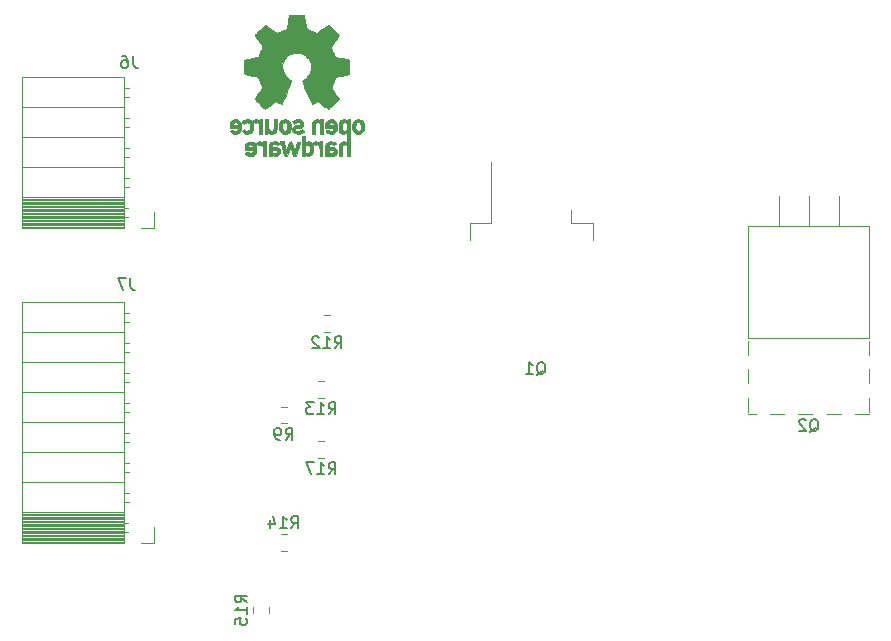
<source format=gbr>
G04 #@! TF.GenerationSoftware,KiCad,Pcbnew,5.1.4-e60b266~84~ubuntu18.04.1*
G04 #@! TF.CreationDate,2019-11-02T22:21:05+01:00*
G04 #@! TF.ProjectId,ReflowControllerREV1,5265666c-6f77-4436-9f6e-74726f6c6c65,rev?*
G04 #@! TF.SameCoordinates,Original*
G04 #@! TF.FileFunction,Legend,Bot*
G04 #@! TF.FilePolarity,Positive*
%FSLAX46Y46*%
G04 Gerber Fmt 4.6, Leading zero omitted, Abs format (unit mm)*
G04 Created by KiCad (PCBNEW 5.1.4-e60b266~84~ubuntu18.04.1) date 2019-11-02 22:21:05*
%MOMM*%
%LPD*%
G04 APERTURE LIST*
%ADD10C,0.010000*%
%ADD11C,0.120000*%
%ADD12C,0.150000*%
G04 APERTURE END LIST*
D10*
G36*
X197863685Y-79118652D02*
G01*
X197751103Y-79715843D01*
X197335689Y-79887090D01*
X196920276Y-80058337D01*
X196421918Y-79719458D01*
X196282352Y-79625102D01*
X196156192Y-79540855D01*
X196049325Y-79470563D01*
X195967638Y-79418072D01*
X195917019Y-79387229D01*
X195903234Y-79380578D01*
X195878400Y-79397683D01*
X195825332Y-79444969D01*
X195749980Y-79516397D01*
X195658291Y-79605925D01*
X195556213Y-79707514D01*
X195449694Y-79815123D01*
X195344684Y-79922712D01*
X195247129Y-80024240D01*
X195162978Y-80113666D01*
X195098180Y-80184951D01*
X195058682Y-80232053D01*
X195049240Y-80247817D01*
X195062829Y-80276878D01*
X195100927Y-80340546D01*
X195159526Y-80432592D01*
X195234623Y-80546789D01*
X195322211Y-80676909D01*
X195372966Y-80751126D01*
X195465475Y-80886647D01*
X195547680Y-81008941D01*
X195615590Y-81111920D01*
X195665220Y-81189498D01*
X195692580Y-81235586D01*
X195696691Y-81245272D01*
X195687371Y-81272799D01*
X195661966Y-81336953D01*
X195624309Y-81428715D01*
X195578234Y-81539064D01*
X195527574Y-81658980D01*
X195476161Y-81779444D01*
X195427831Y-81891434D01*
X195386414Y-81985932D01*
X195355746Y-82053917D01*
X195339658Y-82086368D01*
X195338709Y-82087645D01*
X195313448Y-82093842D01*
X195246174Y-82107665D01*
X195143860Y-82127757D01*
X195013479Y-82152759D01*
X194862004Y-82181311D01*
X194773626Y-82197776D01*
X194611768Y-82228594D01*
X194465571Y-82257919D01*
X194342433Y-82284146D01*
X194249751Y-82305671D01*
X194194919Y-82320890D01*
X194183897Y-82325718D01*
X194173101Y-82358399D01*
X194164391Y-82432210D01*
X194157760Y-82538517D01*
X194153202Y-82668692D01*
X194150711Y-82814101D01*
X194150282Y-82966115D01*
X194151909Y-83116102D01*
X194155585Y-83255431D01*
X194161305Y-83375470D01*
X194169062Y-83467590D01*
X194178852Y-83523157D01*
X194184724Y-83534725D01*
X194219821Y-83548590D01*
X194294192Y-83568413D01*
X194397997Y-83591864D01*
X194521401Y-83616616D01*
X194564479Y-83624623D01*
X194772173Y-83662666D01*
X194936236Y-83693304D01*
X195062090Y-83717754D01*
X195155155Y-83737234D01*
X195220853Y-83752961D01*
X195264603Y-83766153D01*
X195291828Y-83778029D01*
X195307948Y-83789805D01*
X195310203Y-83792133D01*
X195332717Y-83829625D01*
X195367062Y-83902590D01*
X195409809Y-84002092D01*
X195457528Y-84119198D01*
X195506790Y-84244973D01*
X195554165Y-84370482D01*
X195596225Y-84486790D01*
X195629540Y-84584964D01*
X195650679Y-84656068D01*
X195656215Y-84691167D01*
X195655754Y-84692397D01*
X195636997Y-84721086D01*
X195594444Y-84784210D01*
X195532567Y-84875198D01*
X195455838Y-84987480D01*
X195368729Y-85114485D01*
X195343921Y-85150578D01*
X195255467Y-85281428D01*
X195177632Y-85400816D01*
X195114654Y-85501887D01*
X195070775Y-85577784D01*
X195050235Y-85621652D01*
X195049240Y-85627042D01*
X195066498Y-85655369D01*
X195114184Y-85711486D01*
X195186170Y-85789362D01*
X195276323Y-85882965D01*
X195378515Y-85986266D01*
X195486614Y-86093231D01*
X195594492Y-86197831D01*
X195696016Y-86294034D01*
X195785058Y-86375809D01*
X195855487Y-86437125D01*
X195901173Y-86471951D01*
X195913811Y-86477637D01*
X195943229Y-86464245D01*
X196003459Y-86428124D01*
X196084690Y-86375361D01*
X196147190Y-86332892D01*
X196260435Y-86254965D01*
X196394546Y-86163209D01*
X196529065Y-86071600D01*
X196601387Y-86022571D01*
X196846182Y-85856995D01*
X197051669Y-85968100D01*
X197145284Y-86016773D01*
X197224890Y-86054606D01*
X197278753Y-86076183D01*
X197292463Y-86079186D01*
X197308950Y-86057018D01*
X197341475Y-85994374D01*
X197387611Y-85897034D01*
X197444930Y-85770774D01*
X197511004Y-85621375D01*
X197583405Y-85454613D01*
X197659704Y-85276267D01*
X197737474Y-85092116D01*
X197814286Y-84907937D01*
X197887714Y-84729510D01*
X197955328Y-84562612D01*
X198014700Y-84413022D01*
X198063404Y-84286518D01*
X198099010Y-84188879D01*
X198119090Y-84125882D01*
X198122320Y-84104246D01*
X198096724Y-84076649D01*
X198040681Y-84031850D01*
X197965909Y-83979159D01*
X197959633Y-83974990D01*
X197766375Y-83820294D01*
X197610546Y-83639816D01*
X197493496Y-83439327D01*
X197416575Y-83224599D01*
X197381134Y-83001402D01*
X197388523Y-82775506D01*
X197440093Y-82552684D01*
X197537194Y-82338704D01*
X197565762Y-82291889D01*
X197714352Y-82102843D01*
X197889893Y-81951037D01*
X198086310Y-81837259D01*
X198297527Y-81762300D01*
X198517467Y-81726947D01*
X198740057Y-81731992D01*
X198959219Y-81778224D01*
X199168878Y-81866431D01*
X199362959Y-81997404D01*
X199422994Y-82050562D01*
X199575785Y-82216964D01*
X199687123Y-82392137D01*
X199763497Y-82588491D01*
X199806033Y-82782942D01*
X199816534Y-83001567D01*
X199781519Y-83221277D01*
X199704547Y-83434645D01*
X199589173Y-83634247D01*
X199438954Y-83812654D01*
X199257447Y-83962442D01*
X199233593Y-83978231D01*
X199158019Y-84029937D01*
X199100569Y-84074737D01*
X199073103Y-84103342D01*
X199072703Y-84104246D01*
X199078600Y-84135189D01*
X199101975Y-84205416D01*
X199140399Y-84309150D01*
X199191443Y-84440615D01*
X199252678Y-84594032D01*
X199321676Y-84763626D01*
X199396006Y-84943618D01*
X199473242Y-85128233D01*
X199550952Y-85311693D01*
X199626709Y-85488221D01*
X199698083Y-85652039D01*
X199762646Y-85797372D01*
X199817968Y-85918442D01*
X199861620Y-86009472D01*
X199891174Y-86064685D01*
X199903076Y-86079186D01*
X199939443Y-86067894D01*
X200007490Y-86037610D01*
X200095483Y-85993745D01*
X200143869Y-85968100D01*
X200349357Y-85856995D01*
X200594152Y-86022571D01*
X200719114Y-86107395D01*
X200855925Y-86200741D01*
X200984131Y-86288633D01*
X201048349Y-86332892D01*
X201138669Y-86393543D01*
X201215149Y-86441606D01*
X201267813Y-86470995D01*
X201284918Y-86477207D01*
X201309815Y-86460448D01*
X201364915Y-86413661D01*
X201444877Y-86341705D01*
X201544359Y-86249437D01*
X201658020Y-86141715D01*
X201729905Y-86072551D01*
X201855669Y-85948982D01*
X201964357Y-85838459D01*
X202051575Y-85745710D01*
X202112931Y-85675462D01*
X202144029Y-85632445D01*
X202147012Y-85623715D01*
X202133167Y-85590509D01*
X202094908Y-85523367D01*
X202036478Y-85429088D01*
X201962123Y-85314470D01*
X201876085Y-85186308D01*
X201851617Y-85150578D01*
X201762465Y-85020714D01*
X201682482Y-84903794D01*
X201616140Y-84806387D01*
X201567909Y-84735064D01*
X201542263Y-84696395D01*
X201539785Y-84692397D01*
X201543491Y-84661580D01*
X201563159Y-84593824D01*
X201595360Y-84498064D01*
X201636665Y-84383234D01*
X201683645Y-84258269D01*
X201732871Y-84132104D01*
X201780912Y-84013673D01*
X201824339Y-83911910D01*
X201859724Y-83835751D01*
X201883636Y-83794129D01*
X201885336Y-83792133D01*
X201899958Y-83780238D01*
X201924655Y-83768475D01*
X201964848Y-83755626D01*
X202025957Y-83740474D01*
X202113403Y-83721801D01*
X202232608Y-83698390D01*
X202388993Y-83669022D01*
X202587977Y-83632480D01*
X202631060Y-83624623D01*
X202758749Y-83599952D01*
X202870067Y-83575818D01*
X202955175Y-83554549D01*
X203004237Y-83538473D01*
X203010815Y-83534725D01*
X203021656Y-83501498D01*
X203030467Y-83427246D01*
X203037244Y-83320601D01*
X203041980Y-83190192D01*
X203044670Y-83044652D01*
X203045307Y-82892611D01*
X203043886Y-82742701D01*
X203040400Y-82603553D01*
X203034844Y-82483797D01*
X203027212Y-82392066D01*
X203017498Y-82336991D01*
X203011642Y-82325718D01*
X202979040Y-82314348D01*
X202904802Y-82295849D01*
X202796324Y-82271827D01*
X202661003Y-82243887D01*
X202506235Y-82213633D01*
X202421912Y-82197776D01*
X202261924Y-82167869D01*
X202119253Y-82140775D01*
X202000872Y-82117856D01*
X201913755Y-82100468D01*
X201864875Y-82089972D01*
X201856830Y-82087645D01*
X201843233Y-82061411D01*
X201814491Y-81998220D01*
X201774435Y-81907102D01*
X201726896Y-81797082D01*
X201675705Y-81677190D01*
X201624694Y-81556452D01*
X201577694Y-81443896D01*
X201538536Y-81348551D01*
X201511051Y-81279442D01*
X201499071Y-81245599D01*
X201498848Y-81244120D01*
X201512429Y-81217422D01*
X201550505Y-81155985D01*
X201609073Y-81065914D01*
X201684132Y-80953315D01*
X201771680Y-80824295D01*
X201822573Y-80750186D01*
X201915311Y-80614302D01*
X201997679Y-80490934D01*
X202065659Y-80386322D01*
X202115232Y-80306708D01*
X202142378Y-80258332D01*
X202146299Y-80247487D01*
X202129445Y-80222245D01*
X202082852Y-80168349D01*
X202012471Y-80091838D01*
X201924255Y-79998748D01*
X201824155Y-79895120D01*
X201718122Y-79786989D01*
X201612109Y-79680395D01*
X201512068Y-79581375D01*
X201423950Y-79495967D01*
X201353707Y-79430210D01*
X201307292Y-79390141D01*
X201291764Y-79380578D01*
X201266481Y-79394025D01*
X201206009Y-79431800D01*
X201116228Y-79490060D01*
X201003017Y-79564959D01*
X200872256Y-79652650D01*
X200773620Y-79719458D01*
X200275263Y-80058337D01*
X199859849Y-79887090D01*
X199444436Y-79715843D01*
X199331854Y-79118652D01*
X199219271Y-78521460D01*
X197976268Y-78521460D01*
X197863685Y-79118652D01*
X197863685Y-79118652D01*
G37*
X197863685Y-79118652D02*
X197751103Y-79715843D01*
X197335689Y-79887090D01*
X196920276Y-80058337D01*
X196421918Y-79719458D01*
X196282352Y-79625102D01*
X196156192Y-79540855D01*
X196049325Y-79470563D01*
X195967638Y-79418072D01*
X195917019Y-79387229D01*
X195903234Y-79380578D01*
X195878400Y-79397683D01*
X195825332Y-79444969D01*
X195749980Y-79516397D01*
X195658291Y-79605925D01*
X195556213Y-79707514D01*
X195449694Y-79815123D01*
X195344684Y-79922712D01*
X195247129Y-80024240D01*
X195162978Y-80113666D01*
X195098180Y-80184951D01*
X195058682Y-80232053D01*
X195049240Y-80247817D01*
X195062829Y-80276878D01*
X195100927Y-80340546D01*
X195159526Y-80432592D01*
X195234623Y-80546789D01*
X195322211Y-80676909D01*
X195372966Y-80751126D01*
X195465475Y-80886647D01*
X195547680Y-81008941D01*
X195615590Y-81111920D01*
X195665220Y-81189498D01*
X195692580Y-81235586D01*
X195696691Y-81245272D01*
X195687371Y-81272799D01*
X195661966Y-81336953D01*
X195624309Y-81428715D01*
X195578234Y-81539064D01*
X195527574Y-81658980D01*
X195476161Y-81779444D01*
X195427831Y-81891434D01*
X195386414Y-81985932D01*
X195355746Y-82053917D01*
X195339658Y-82086368D01*
X195338709Y-82087645D01*
X195313448Y-82093842D01*
X195246174Y-82107665D01*
X195143860Y-82127757D01*
X195013479Y-82152759D01*
X194862004Y-82181311D01*
X194773626Y-82197776D01*
X194611768Y-82228594D01*
X194465571Y-82257919D01*
X194342433Y-82284146D01*
X194249751Y-82305671D01*
X194194919Y-82320890D01*
X194183897Y-82325718D01*
X194173101Y-82358399D01*
X194164391Y-82432210D01*
X194157760Y-82538517D01*
X194153202Y-82668692D01*
X194150711Y-82814101D01*
X194150282Y-82966115D01*
X194151909Y-83116102D01*
X194155585Y-83255431D01*
X194161305Y-83375470D01*
X194169062Y-83467590D01*
X194178852Y-83523157D01*
X194184724Y-83534725D01*
X194219821Y-83548590D01*
X194294192Y-83568413D01*
X194397997Y-83591864D01*
X194521401Y-83616616D01*
X194564479Y-83624623D01*
X194772173Y-83662666D01*
X194936236Y-83693304D01*
X195062090Y-83717754D01*
X195155155Y-83737234D01*
X195220853Y-83752961D01*
X195264603Y-83766153D01*
X195291828Y-83778029D01*
X195307948Y-83789805D01*
X195310203Y-83792133D01*
X195332717Y-83829625D01*
X195367062Y-83902590D01*
X195409809Y-84002092D01*
X195457528Y-84119198D01*
X195506790Y-84244973D01*
X195554165Y-84370482D01*
X195596225Y-84486790D01*
X195629540Y-84584964D01*
X195650679Y-84656068D01*
X195656215Y-84691167D01*
X195655754Y-84692397D01*
X195636997Y-84721086D01*
X195594444Y-84784210D01*
X195532567Y-84875198D01*
X195455838Y-84987480D01*
X195368729Y-85114485D01*
X195343921Y-85150578D01*
X195255467Y-85281428D01*
X195177632Y-85400816D01*
X195114654Y-85501887D01*
X195070775Y-85577784D01*
X195050235Y-85621652D01*
X195049240Y-85627042D01*
X195066498Y-85655369D01*
X195114184Y-85711486D01*
X195186170Y-85789362D01*
X195276323Y-85882965D01*
X195378515Y-85986266D01*
X195486614Y-86093231D01*
X195594492Y-86197831D01*
X195696016Y-86294034D01*
X195785058Y-86375809D01*
X195855487Y-86437125D01*
X195901173Y-86471951D01*
X195913811Y-86477637D01*
X195943229Y-86464245D01*
X196003459Y-86428124D01*
X196084690Y-86375361D01*
X196147190Y-86332892D01*
X196260435Y-86254965D01*
X196394546Y-86163209D01*
X196529065Y-86071600D01*
X196601387Y-86022571D01*
X196846182Y-85856995D01*
X197051669Y-85968100D01*
X197145284Y-86016773D01*
X197224890Y-86054606D01*
X197278753Y-86076183D01*
X197292463Y-86079186D01*
X197308950Y-86057018D01*
X197341475Y-85994374D01*
X197387611Y-85897034D01*
X197444930Y-85770774D01*
X197511004Y-85621375D01*
X197583405Y-85454613D01*
X197659704Y-85276267D01*
X197737474Y-85092116D01*
X197814286Y-84907937D01*
X197887714Y-84729510D01*
X197955328Y-84562612D01*
X198014700Y-84413022D01*
X198063404Y-84286518D01*
X198099010Y-84188879D01*
X198119090Y-84125882D01*
X198122320Y-84104246D01*
X198096724Y-84076649D01*
X198040681Y-84031850D01*
X197965909Y-83979159D01*
X197959633Y-83974990D01*
X197766375Y-83820294D01*
X197610546Y-83639816D01*
X197493496Y-83439327D01*
X197416575Y-83224599D01*
X197381134Y-83001402D01*
X197388523Y-82775506D01*
X197440093Y-82552684D01*
X197537194Y-82338704D01*
X197565762Y-82291889D01*
X197714352Y-82102843D01*
X197889893Y-81951037D01*
X198086310Y-81837259D01*
X198297527Y-81762300D01*
X198517467Y-81726947D01*
X198740057Y-81731992D01*
X198959219Y-81778224D01*
X199168878Y-81866431D01*
X199362959Y-81997404D01*
X199422994Y-82050562D01*
X199575785Y-82216964D01*
X199687123Y-82392137D01*
X199763497Y-82588491D01*
X199806033Y-82782942D01*
X199816534Y-83001567D01*
X199781519Y-83221277D01*
X199704547Y-83434645D01*
X199589173Y-83634247D01*
X199438954Y-83812654D01*
X199257447Y-83962442D01*
X199233593Y-83978231D01*
X199158019Y-84029937D01*
X199100569Y-84074737D01*
X199073103Y-84103342D01*
X199072703Y-84104246D01*
X199078600Y-84135189D01*
X199101975Y-84205416D01*
X199140399Y-84309150D01*
X199191443Y-84440615D01*
X199252678Y-84594032D01*
X199321676Y-84763626D01*
X199396006Y-84943618D01*
X199473242Y-85128233D01*
X199550952Y-85311693D01*
X199626709Y-85488221D01*
X199698083Y-85652039D01*
X199762646Y-85797372D01*
X199817968Y-85918442D01*
X199861620Y-86009472D01*
X199891174Y-86064685D01*
X199903076Y-86079186D01*
X199939443Y-86067894D01*
X200007490Y-86037610D01*
X200095483Y-85993745D01*
X200143869Y-85968100D01*
X200349357Y-85856995D01*
X200594152Y-86022571D01*
X200719114Y-86107395D01*
X200855925Y-86200741D01*
X200984131Y-86288633D01*
X201048349Y-86332892D01*
X201138669Y-86393543D01*
X201215149Y-86441606D01*
X201267813Y-86470995D01*
X201284918Y-86477207D01*
X201309815Y-86460448D01*
X201364915Y-86413661D01*
X201444877Y-86341705D01*
X201544359Y-86249437D01*
X201658020Y-86141715D01*
X201729905Y-86072551D01*
X201855669Y-85948982D01*
X201964357Y-85838459D01*
X202051575Y-85745710D01*
X202112931Y-85675462D01*
X202144029Y-85632445D01*
X202147012Y-85623715D01*
X202133167Y-85590509D01*
X202094908Y-85523367D01*
X202036478Y-85429088D01*
X201962123Y-85314470D01*
X201876085Y-85186308D01*
X201851617Y-85150578D01*
X201762465Y-85020714D01*
X201682482Y-84903794D01*
X201616140Y-84806387D01*
X201567909Y-84735064D01*
X201542263Y-84696395D01*
X201539785Y-84692397D01*
X201543491Y-84661580D01*
X201563159Y-84593824D01*
X201595360Y-84498064D01*
X201636665Y-84383234D01*
X201683645Y-84258269D01*
X201732871Y-84132104D01*
X201780912Y-84013673D01*
X201824339Y-83911910D01*
X201859724Y-83835751D01*
X201883636Y-83794129D01*
X201885336Y-83792133D01*
X201899958Y-83780238D01*
X201924655Y-83768475D01*
X201964848Y-83755626D01*
X202025957Y-83740474D01*
X202113403Y-83721801D01*
X202232608Y-83698390D01*
X202388993Y-83669022D01*
X202587977Y-83632480D01*
X202631060Y-83624623D01*
X202758749Y-83599952D01*
X202870067Y-83575818D01*
X202955175Y-83554549D01*
X203004237Y-83538473D01*
X203010815Y-83534725D01*
X203021656Y-83501498D01*
X203030467Y-83427246D01*
X203037244Y-83320601D01*
X203041980Y-83190192D01*
X203044670Y-83044652D01*
X203045307Y-82892611D01*
X203043886Y-82742701D01*
X203040400Y-82603553D01*
X203034844Y-82483797D01*
X203027212Y-82392066D01*
X203017498Y-82336991D01*
X203011642Y-82325718D01*
X202979040Y-82314348D01*
X202904802Y-82295849D01*
X202796324Y-82271827D01*
X202661003Y-82243887D01*
X202506235Y-82213633D01*
X202421912Y-82197776D01*
X202261924Y-82167869D01*
X202119253Y-82140775D01*
X202000872Y-82117856D01*
X201913755Y-82100468D01*
X201864875Y-82089972D01*
X201856830Y-82087645D01*
X201843233Y-82061411D01*
X201814491Y-81998220D01*
X201774435Y-81907102D01*
X201726896Y-81797082D01*
X201675705Y-81677190D01*
X201624694Y-81556452D01*
X201577694Y-81443896D01*
X201538536Y-81348551D01*
X201511051Y-81279442D01*
X201499071Y-81245599D01*
X201498848Y-81244120D01*
X201512429Y-81217422D01*
X201550505Y-81155985D01*
X201609073Y-81065914D01*
X201684132Y-80953315D01*
X201771680Y-80824295D01*
X201822573Y-80750186D01*
X201915311Y-80614302D01*
X201997679Y-80490934D01*
X202065659Y-80386322D01*
X202115232Y-80306708D01*
X202142378Y-80258332D01*
X202146299Y-80247487D01*
X202129445Y-80222245D01*
X202082852Y-80168349D01*
X202012471Y-80091838D01*
X201924255Y-79998748D01*
X201824155Y-79895120D01*
X201718122Y-79786989D01*
X201612109Y-79680395D01*
X201512068Y-79581375D01*
X201423950Y-79495967D01*
X201353707Y-79430210D01*
X201307292Y-79390141D01*
X201291764Y-79380578D01*
X201266481Y-79394025D01*
X201206009Y-79431800D01*
X201116228Y-79490060D01*
X201003017Y-79564959D01*
X200872256Y-79652650D01*
X200773620Y-79719458D01*
X200275263Y-80058337D01*
X199859849Y-79887090D01*
X199444436Y-79715843D01*
X199331854Y-79118652D01*
X199219271Y-78521460D01*
X197976268Y-78521460D01*
X197863685Y-79118652D01*
G36*
X195046583Y-87372952D02*
G01*
X194960930Y-87399121D01*
X194905783Y-87432187D01*
X194887819Y-87458335D01*
X194892763Y-87489332D01*
X194924848Y-87538027D01*
X194951977Y-87572515D01*
X195007903Y-87634863D01*
X195049921Y-87661095D01*
X195085740Y-87659383D01*
X195191996Y-87632343D01*
X195270031Y-87633571D01*
X195333400Y-87664215D01*
X195354674Y-87682150D01*
X195422769Y-87745259D01*
X195422769Y-88569402D01*
X195696691Y-88569402D01*
X195696691Y-87374108D01*
X195559730Y-87374108D01*
X195477501Y-87377359D01*
X195435076Y-87388906D01*
X195422775Y-87411432D01*
X195422769Y-87412100D01*
X195416960Y-87435695D01*
X195390689Y-87432618D01*
X195354289Y-87415595D01*
X195279109Y-87383919D01*
X195218062Y-87364861D01*
X195139512Y-87359976D01*
X195046583Y-87372952D01*
X195046583Y-87372952D01*
G37*
X195046583Y-87372952D02*
X194960930Y-87399121D01*
X194905783Y-87432187D01*
X194887819Y-87458335D01*
X194892763Y-87489332D01*
X194924848Y-87538027D01*
X194951977Y-87572515D01*
X195007903Y-87634863D01*
X195049921Y-87661095D01*
X195085740Y-87659383D01*
X195191996Y-87632343D01*
X195270031Y-87633571D01*
X195333400Y-87664215D01*
X195354674Y-87682150D01*
X195422769Y-87745259D01*
X195422769Y-88569402D01*
X195696691Y-88569402D01*
X195696691Y-87374108D01*
X195559730Y-87374108D01*
X195477501Y-87377359D01*
X195435076Y-87388906D01*
X195422775Y-87411432D01*
X195422769Y-87412100D01*
X195416960Y-87435695D01*
X195390689Y-87432618D01*
X195354289Y-87415595D01*
X195279109Y-87383919D01*
X195218062Y-87364861D01*
X195139512Y-87359976D01*
X195046583Y-87372952D01*
G36*
X200103460Y-87394679D02*
G01*
X200041484Y-87424282D01*
X199981461Y-87467041D01*
X199935734Y-87516255D01*
X199902427Y-87579024D01*
X199879665Y-87662451D01*
X199865573Y-87773639D01*
X199858278Y-87919689D01*
X199855902Y-88107703D01*
X199855865Y-88127392D01*
X199855318Y-88569402D01*
X200129240Y-88569402D01*
X200129240Y-88161915D01*
X200129435Y-88010951D01*
X200130784Y-87901536D01*
X200134432Y-87825413D01*
X200141524Y-87774328D01*
X200153207Y-87740025D01*
X200170626Y-87714248D01*
X200194891Y-87688778D01*
X200279785Y-87634051D01*
X200372459Y-87623896D01*
X200460747Y-87658497D01*
X200491450Y-87684250D01*
X200513991Y-87708462D01*
X200530174Y-87734392D01*
X200541052Y-87770188D01*
X200547678Y-87823999D01*
X200551105Y-87903973D01*
X200552386Y-88018259D01*
X200552573Y-88157387D01*
X200552573Y-88569402D01*
X200826495Y-88569402D01*
X200826495Y-87374108D01*
X200689534Y-87374108D01*
X200607304Y-87377359D01*
X200564880Y-87388906D01*
X200552579Y-87411432D01*
X200552573Y-87412100D01*
X200546866Y-87434161D01*
X200521693Y-87431657D01*
X200471642Y-87407417D01*
X200358126Y-87371751D01*
X200228275Y-87367785D01*
X200103460Y-87394679D01*
X200103460Y-87394679D01*
G37*
X200103460Y-87394679D02*
X200041484Y-87424282D01*
X199981461Y-87467041D01*
X199935734Y-87516255D01*
X199902427Y-87579024D01*
X199879665Y-87662451D01*
X199865573Y-87773639D01*
X199858278Y-87919689D01*
X199855902Y-88107703D01*
X199855865Y-88127392D01*
X199855318Y-88569402D01*
X200129240Y-88569402D01*
X200129240Y-88161915D01*
X200129435Y-88010951D01*
X200130784Y-87901536D01*
X200134432Y-87825413D01*
X200141524Y-87774328D01*
X200153207Y-87740025D01*
X200170626Y-87714248D01*
X200194891Y-87688778D01*
X200279785Y-87634051D01*
X200372459Y-87623896D01*
X200460747Y-87658497D01*
X200491450Y-87684250D01*
X200513991Y-87708462D01*
X200530174Y-87734392D01*
X200541052Y-87770188D01*
X200547678Y-87823999D01*
X200551105Y-87903973D01*
X200552386Y-88018259D01*
X200552573Y-88157387D01*
X200552573Y-88569402D01*
X200826495Y-88569402D01*
X200826495Y-87374108D01*
X200689534Y-87374108D01*
X200607304Y-87377359D01*
X200564880Y-87388906D01*
X200552579Y-87411432D01*
X200552573Y-87412100D01*
X200546866Y-87434161D01*
X200521693Y-87431657D01*
X200471642Y-87407417D01*
X200358126Y-87371751D01*
X200228275Y-87367785D01*
X200103460Y-87394679D01*
G36*
X193306933Y-87369835D02*
G01*
X193243169Y-87385325D01*
X193120920Y-87442049D01*
X193016386Y-87528682D01*
X192944040Y-87632554D01*
X192934101Y-87655876D01*
X192920466Y-87716964D01*
X192910922Y-87807333D01*
X192907671Y-87898670D01*
X192907671Y-88071362D01*
X193268750Y-88071362D01*
X193417674Y-88071925D01*
X193522588Y-88075344D01*
X193589283Y-88084211D01*
X193623554Y-88101121D01*
X193631192Y-88128669D01*
X193617991Y-88169448D01*
X193594343Y-88217163D01*
X193528377Y-88296794D01*
X193436708Y-88336467D01*
X193324665Y-88335175D01*
X193197748Y-88291994D01*
X193088062Y-88238704D01*
X192997047Y-88310671D01*
X192906032Y-88382637D01*
X192991657Y-88461749D01*
X193105970Y-88536497D01*
X193246554Y-88581564D01*
X193397771Y-88594176D01*
X193543984Y-88571559D01*
X193567573Y-88563885D01*
X193696079Y-88496776D01*
X193791669Y-88396727D01*
X193856359Y-88260751D01*
X193892163Y-88085860D01*
X193892580Y-88082112D01*
X193895786Y-87891512D01*
X193882827Y-87823515D01*
X193629828Y-87823515D01*
X193606593Y-87833971D01*
X193543510Y-87841980D01*
X193450514Y-87846553D01*
X193391582Y-87847245D01*
X193281683Y-87846812D01*
X193212968Y-87844058D01*
X193176815Y-87836801D01*
X193164605Y-87822856D01*
X193167716Y-87800042D01*
X193170326Y-87791215D01*
X193214876Y-87708280D01*
X193284941Y-87641440D01*
X193346774Y-87612069D01*
X193428919Y-87613842D01*
X193512158Y-87650470D01*
X193581982Y-87711114D01*
X193623883Y-87784936D01*
X193629828Y-87823515D01*
X193882827Y-87823515D01*
X193863835Y-87723875D01*
X193800447Y-87583191D01*
X193709342Y-87473454D01*
X193594242Y-87398654D01*
X193458865Y-87362784D01*
X193306933Y-87369835D01*
X193306933Y-87369835D01*
G37*
X193306933Y-87369835D02*
X193243169Y-87385325D01*
X193120920Y-87442049D01*
X193016386Y-87528682D01*
X192944040Y-87632554D01*
X192934101Y-87655876D01*
X192920466Y-87716964D01*
X192910922Y-87807333D01*
X192907671Y-87898670D01*
X192907671Y-88071362D01*
X193268750Y-88071362D01*
X193417674Y-88071925D01*
X193522588Y-88075344D01*
X193589283Y-88084211D01*
X193623554Y-88101121D01*
X193631192Y-88128669D01*
X193617991Y-88169448D01*
X193594343Y-88217163D01*
X193528377Y-88296794D01*
X193436708Y-88336467D01*
X193324665Y-88335175D01*
X193197748Y-88291994D01*
X193088062Y-88238704D01*
X192997047Y-88310671D01*
X192906032Y-88382637D01*
X192991657Y-88461749D01*
X193105970Y-88536497D01*
X193246554Y-88581564D01*
X193397771Y-88594176D01*
X193543984Y-88571559D01*
X193567573Y-88563885D01*
X193696079Y-88496776D01*
X193791669Y-88396727D01*
X193856359Y-88260751D01*
X193892163Y-88085860D01*
X193892580Y-88082112D01*
X193895786Y-87891512D01*
X193882827Y-87823515D01*
X193629828Y-87823515D01*
X193606593Y-87833971D01*
X193543510Y-87841980D01*
X193450514Y-87846553D01*
X193391582Y-87847245D01*
X193281683Y-87846812D01*
X193212968Y-87844058D01*
X193176815Y-87836801D01*
X193164605Y-87822856D01*
X193167716Y-87800042D01*
X193170326Y-87791215D01*
X193214876Y-87708280D01*
X193284941Y-87641440D01*
X193346774Y-87612069D01*
X193428919Y-87613842D01*
X193512158Y-87650470D01*
X193581982Y-87711114D01*
X193623883Y-87784936D01*
X193629828Y-87823515D01*
X193882827Y-87823515D01*
X193863835Y-87723875D01*
X193800447Y-87583191D01*
X193709342Y-87473454D01*
X193594242Y-87398654D01*
X193458865Y-87362784D01*
X193306933Y-87369835D01*
G36*
X194219244Y-87384536D02*
G01*
X194074964Y-87445828D01*
X194029521Y-87475665D01*
X193971441Y-87521516D01*
X193934982Y-87557569D01*
X193928652Y-87569312D01*
X193946527Y-87595369D01*
X193992270Y-87639585D01*
X194028892Y-87670445D01*
X194129132Y-87751000D01*
X194208285Y-87684398D01*
X194269451Y-87641401D01*
X194329091Y-87626559D01*
X194397348Y-87630184D01*
X194505738Y-87657132D01*
X194580348Y-87713067D01*
X194625690Y-87803494D01*
X194646273Y-87933915D01*
X194646278Y-87933997D01*
X194644498Y-88079770D01*
X194616833Y-88186725D01*
X194561649Y-88259544D01*
X194524028Y-88284203D01*
X194424115Y-88314911D01*
X194317398Y-88314929D01*
X194224551Y-88285135D01*
X194202573Y-88270578D01*
X194147455Y-88233394D01*
X194104361Y-88227300D01*
X194057885Y-88254976D01*
X194006504Y-88304685D01*
X193925174Y-88388596D01*
X194015471Y-88463026D01*
X194154984Y-88547029D01*
X194312308Y-88588427D01*
X194476717Y-88585430D01*
X194584689Y-88557980D01*
X194710889Y-88490100D01*
X194811819Y-88383311D01*
X194857672Y-88307931D01*
X194894810Y-88199777D01*
X194913393Y-88062798D01*
X194913536Y-87914344D01*
X194895355Y-87771761D01*
X194858965Y-87652398D01*
X194853233Y-87640160D01*
X194768355Y-87520135D01*
X194653438Y-87432747D01*
X194517561Y-87379809D01*
X194369803Y-87363134D01*
X194219244Y-87384536D01*
X194219244Y-87384536D01*
G37*
X194219244Y-87384536D02*
X194074964Y-87445828D01*
X194029521Y-87475665D01*
X193971441Y-87521516D01*
X193934982Y-87557569D01*
X193928652Y-87569312D01*
X193946527Y-87595369D01*
X193992270Y-87639585D01*
X194028892Y-87670445D01*
X194129132Y-87751000D01*
X194208285Y-87684398D01*
X194269451Y-87641401D01*
X194329091Y-87626559D01*
X194397348Y-87630184D01*
X194505738Y-87657132D01*
X194580348Y-87713067D01*
X194625690Y-87803494D01*
X194646273Y-87933915D01*
X194646278Y-87933997D01*
X194644498Y-88079770D01*
X194616833Y-88186725D01*
X194561649Y-88259544D01*
X194524028Y-88284203D01*
X194424115Y-88314911D01*
X194317398Y-88314929D01*
X194224551Y-88285135D01*
X194202573Y-88270578D01*
X194147455Y-88233394D01*
X194104361Y-88227300D01*
X194057885Y-88254976D01*
X194006504Y-88304685D01*
X193925174Y-88388596D01*
X194015471Y-88463026D01*
X194154984Y-88547029D01*
X194312308Y-88588427D01*
X194476717Y-88585430D01*
X194584689Y-88557980D01*
X194710889Y-88490100D01*
X194811819Y-88383311D01*
X194857672Y-88307931D01*
X194894810Y-88199777D01*
X194913393Y-88062798D01*
X194913536Y-87914344D01*
X194895355Y-87771761D01*
X194858965Y-87652398D01*
X194853233Y-87640160D01*
X194768355Y-87520135D01*
X194653438Y-87432747D01*
X194517561Y-87379809D01*
X194369803Y-87363134D01*
X194219244Y-87384536D01*
G36*
X196642966Y-87761725D02*
G01*
X196640612Y-87944359D01*
X196632013Y-88083080D01*
X196614860Y-88183627D01*
X196586846Y-88251734D01*
X196545663Y-88293139D01*
X196489003Y-88313577D01*
X196418848Y-88318798D01*
X196345372Y-88312948D01*
X196289563Y-88291573D01*
X196249111Y-88248938D01*
X196221711Y-88179305D01*
X196205053Y-88076940D01*
X196196831Y-87936104D01*
X196194730Y-87761725D01*
X196194730Y-87374108D01*
X195920809Y-87374108D01*
X195920809Y-88569402D01*
X196057769Y-88569402D01*
X196140336Y-88566056D01*
X196182852Y-88554306D01*
X196194730Y-88532000D01*
X196201884Y-88512134D01*
X196230355Y-88516337D01*
X196287744Y-88544451D01*
X196419275Y-88587822D01*
X196558782Y-88584750D01*
X196692455Y-88537654D01*
X196756112Y-88500451D01*
X196804667Y-88460171D01*
X196840139Y-88409771D01*
X196864546Y-88342209D01*
X196879907Y-88250445D01*
X196888238Y-88127435D01*
X196891558Y-87966139D01*
X196891985Y-87841408D01*
X196891985Y-87374108D01*
X196642966Y-87374108D01*
X196642966Y-87761725D01*
X196642966Y-87761725D01*
G37*
X196642966Y-87761725D02*
X196640612Y-87944359D01*
X196632013Y-88083080D01*
X196614860Y-88183627D01*
X196586846Y-88251734D01*
X196545663Y-88293139D01*
X196489003Y-88313577D01*
X196418848Y-88318798D01*
X196345372Y-88312948D01*
X196289563Y-88291573D01*
X196249111Y-88248938D01*
X196221711Y-88179305D01*
X196205053Y-88076940D01*
X196196831Y-87936104D01*
X196194730Y-87761725D01*
X196194730Y-87374108D01*
X195920809Y-87374108D01*
X195920809Y-88569402D01*
X196057769Y-88569402D01*
X196140336Y-88566056D01*
X196182852Y-88554306D01*
X196194730Y-88532000D01*
X196201884Y-88512134D01*
X196230355Y-88516337D01*
X196287744Y-88544451D01*
X196419275Y-88587822D01*
X196558782Y-88584750D01*
X196692455Y-88537654D01*
X196756112Y-88500451D01*
X196804667Y-88460171D01*
X196840139Y-88409771D01*
X196864546Y-88342209D01*
X196879907Y-88250445D01*
X196888238Y-88127435D01*
X196891558Y-87966139D01*
X196891985Y-87841408D01*
X196891985Y-87374108D01*
X196642966Y-87374108D01*
X196642966Y-87761725D01*
G36*
X197400673Y-87388844D02*
G01*
X197274718Y-87457439D01*
X197176173Y-87565725D01*
X197129742Y-87653795D01*
X197109808Y-87731581D01*
X197096892Y-87842473D01*
X197091357Y-87970218D01*
X197093566Y-88098564D01*
X197103883Y-88211259D01*
X197115934Y-88271449D01*
X197156586Y-88353791D01*
X197226990Y-88441250D01*
X197311838Y-88517731D01*
X197395823Y-88567135D01*
X197397871Y-88567919D01*
X197502086Y-88589507D01*
X197625593Y-88590042D01*
X197742959Y-88570388D01*
X197788278Y-88554635D01*
X197905000Y-88488446D01*
X197988596Y-88401726D01*
X198043519Y-88286918D01*
X198074225Y-88136462D01*
X198081173Y-88057653D01*
X198080287Y-87958625D01*
X197813358Y-87958625D01*
X197804366Y-88103125D01*
X197778484Y-88213240D01*
X197737352Y-88283596D01*
X197708048Y-88303715D01*
X197632969Y-88317745D01*
X197543726Y-88313591D01*
X197466570Y-88293402D01*
X197446337Y-88282295D01*
X197392955Y-88217603D01*
X197357720Y-88118599D01*
X197342722Y-87998112D01*
X197350048Y-87868974D01*
X197366421Y-87791255D01*
X197413430Y-87701251D01*
X197487638Y-87644989D01*
X197577011Y-87625537D01*
X197669513Y-87645961D01*
X197740567Y-87695917D01*
X197777908Y-87737135D01*
X197799702Y-87777761D01*
X197810090Y-87832744D01*
X197813214Y-87917029D01*
X197813358Y-87958625D01*
X198080287Y-87958625D01*
X198079290Y-87847354D01*
X198045040Y-87674903D01*
X197978418Y-87540294D01*
X197879421Y-87443520D01*
X197748045Y-87384574D01*
X197719835Y-87377739D01*
X197550294Y-87361693D01*
X197400673Y-87388844D01*
X197400673Y-87388844D01*
G37*
X197400673Y-87388844D02*
X197274718Y-87457439D01*
X197176173Y-87565725D01*
X197129742Y-87653795D01*
X197109808Y-87731581D01*
X197096892Y-87842473D01*
X197091357Y-87970218D01*
X197093566Y-88098564D01*
X197103883Y-88211259D01*
X197115934Y-88271449D01*
X197156586Y-88353791D01*
X197226990Y-88441250D01*
X197311838Y-88517731D01*
X197395823Y-88567135D01*
X197397871Y-88567919D01*
X197502086Y-88589507D01*
X197625593Y-88590042D01*
X197742959Y-88570388D01*
X197788278Y-88554635D01*
X197905000Y-88488446D01*
X197988596Y-88401726D01*
X198043519Y-88286918D01*
X198074225Y-88136462D01*
X198081173Y-88057653D01*
X198080287Y-87958625D01*
X197813358Y-87958625D01*
X197804366Y-88103125D01*
X197778484Y-88213240D01*
X197737352Y-88283596D01*
X197708048Y-88303715D01*
X197632969Y-88317745D01*
X197543726Y-88313591D01*
X197466570Y-88293402D01*
X197446337Y-88282295D01*
X197392955Y-88217603D01*
X197357720Y-88118599D01*
X197342722Y-87998112D01*
X197350048Y-87868974D01*
X197366421Y-87791255D01*
X197413430Y-87701251D01*
X197487638Y-87644989D01*
X197577011Y-87625537D01*
X197669513Y-87645961D01*
X197740567Y-87695917D01*
X197777908Y-87737135D01*
X197799702Y-87777761D01*
X197810090Y-87832744D01*
X197813214Y-87917029D01*
X197813358Y-87958625D01*
X198080287Y-87958625D01*
X198079290Y-87847354D01*
X198045040Y-87674903D01*
X197978418Y-87540294D01*
X197879421Y-87443520D01*
X197748045Y-87384574D01*
X197719835Y-87377739D01*
X197550294Y-87361693D01*
X197400673Y-87388844D01*
G36*
X198582461Y-87369825D02*
G01*
X198488161Y-87387709D01*
X198390330Y-87425113D01*
X198379877Y-87429882D01*
X198305689Y-87468892D01*
X198254310Y-87505144D01*
X198237703Y-87528367D01*
X198253518Y-87566241D01*
X198291932Y-87622124D01*
X198308983Y-87642985D01*
X198379251Y-87725098D01*
X198469841Y-87671648D01*
X198556056Y-87636041D01*
X198655671Y-87617009D01*
X198751201Y-87615806D01*
X198825159Y-87633690D01*
X198842908Y-87644853D01*
X198876708Y-87696033D01*
X198880816Y-87754989D01*
X198855524Y-87801047D01*
X198840564Y-87809979D01*
X198795734Y-87821072D01*
X198716934Y-87834110D01*
X198619794Y-87846568D01*
X198601874Y-87848522D01*
X198445855Y-87875510D01*
X198332697Y-87921353D01*
X198257651Y-87990283D01*
X198215967Y-88086534D01*
X198202982Y-88204097D01*
X198220921Y-88337734D01*
X198279170Y-88442675D01*
X198377965Y-88519110D01*
X198517538Y-88567228D01*
X198672475Y-88586212D01*
X198798822Y-88585984D01*
X198901307Y-88568742D01*
X198971299Y-88544937D01*
X199059737Y-88503458D01*
X199141466Y-88455322D01*
X199170515Y-88434135D01*
X199245220Y-88373156D01*
X199155122Y-88281988D01*
X199065024Y-88190819D01*
X198962588Y-88258608D01*
X198859846Y-88309522D01*
X198750133Y-88336153D01*
X198644669Y-88338963D01*
X198554674Y-88318415D01*
X198491366Y-88274973D01*
X198470924Y-88238318D01*
X198473991Y-88179533D01*
X198524786Y-88134579D01*
X198623172Y-88103537D01*
X198730964Y-88089190D01*
X198896855Y-88061817D01*
X199020096Y-88010173D01*
X199102334Y-87932746D01*
X199145219Y-87828024D01*
X199151160Y-87703867D01*
X199121814Y-87574182D01*
X199054911Y-87476157D01*
X198949849Y-87409346D01*
X198806030Y-87373300D01*
X198699482Y-87366234D01*
X198582461Y-87369825D01*
X198582461Y-87369825D01*
G37*
X198582461Y-87369825D02*
X198488161Y-87387709D01*
X198390330Y-87425113D01*
X198379877Y-87429882D01*
X198305689Y-87468892D01*
X198254310Y-87505144D01*
X198237703Y-87528367D01*
X198253518Y-87566241D01*
X198291932Y-87622124D01*
X198308983Y-87642985D01*
X198379251Y-87725098D01*
X198469841Y-87671648D01*
X198556056Y-87636041D01*
X198655671Y-87617009D01*
X198751201Y-87615806D01*
X198825159Y-87633690D01*
X198842908Y-87644853D01*
X198876708Y-87696033D01*
X198880816Y-87754989D01*
X198855524Y-87801047D01*
X198840564Y-87809979D01*
X198795734Y-87821072D01*
X198716934Y-87834110D01*
X198619794Y-87846568D01*
X198601874Y-87848522D01*
X198445855Y-87875510D01*
X198332697Y-87921353D01*
X198257651Y-87990283D01*
X198215967Y-88086534D01*
X198202982Y-88204097D01*
X198220921Y-88337734D01*
X198279170Y-88442675D01*
X198377965Y-88519110D01*
X198517538Y-88567228D01*
X198672475Y-88586212D01*
X198798822Y-88585984D01*
X198901307Y-88568742D01*
X198971299Y-88544937D01*
X199059737Y-88503458D01*
X199141466Y-88455322D01*
X199170515Y-88434135D01*
X199245220Y-88373156D01*
X199155122Y-88281988D01*
X199065024Y-88190819D01*
X198962588Y-88258608D01*
X198859846Y-88309522D01*
X198750133Y-88336153D01*
X198644669Y-88338963D01*
X198554674Y-88318415D01*
X198491366Y-88274973D01*
X198470924Y-88238318D01*
X198473991Y-88179533D01*
X198524786Y-88134579D01*
X198623172Y-88103537D01*
X198730964Y-88089190D01*
X198896855Y-88061817D01*
X199020096Y-88010173D01*
X199102334Y-87932746D01*
X199145219Y-87828024D01*
X199151160Y-87703867D01*
X199121814Y-87574182D01*
X199054911Y-87476157D01*
X198949849Y-87409346D01*
X198806030Y-87373300D01*
X198699482Y-87366234D01*
X198582461Y-87369825D01*
G36*
X201297016Y-87401834D02*
G01*
X201272201Y-87413517D01*
X201186314Y-87476431D01*
X201105099Y-87568249D01*
X201044456Y-87669348D01*
X201027208Y-87715829D01*
X201011471Y-87798856D01*
X201002087Y-87899193D01*
X201000948Y-87940627D01*
X201000809Y-88071362D01*
X201753267Y-88071362D01*
X201737227Y-88139843D01*
X201697857Y-88220835D01*
X201629026Y-88290831D01*
X201547139Y-88335921D01*
X201494957Y-88345284D01*
X201424191Y-88333921D01*
X201339760Y-88305423D01*
X201311078Y-88292311D01*
X201205011Y-88239338D01*
X201114492Y-88308381D01*
X201062259Y-88355077D01*
X201034467Y-88393620D01*
X201033060Y-88404932D01*
X201057888Y-88432348D01*
X201112303Y-88474012D01*
X201161692Y-88506517D01*
X201294968Y-88564948D01*
X201444381Y-88591395D01*
X201592469Y-88584519D01*
X201710515Y-88548576D01*
X201832202Y-88471581D01*
X201918680Y-88370208D01*
X201972779Y-88239050D01*
X201997329Y-88072704D01*
X201999506Y-87996588D01*
X201990793Y-87822165D01*
X201989723Y-87817091D01*
X201740393Y-87817091D01*
X201733526Y-87833448D01*
X201705303Y-87842468D01*
X201647093Y-87846334D01*
X201550262Y-87847229D01*
X201512977Y-87847245D01*
X201399537Y-87845893D01*
X201327598Y-87840985D01*
X201288907Y-87831240D01*
X201275215Y-87815379D01*
X201274730Y-87810285D01*
X201290357Y-87769806D01*
X201329467Y-87713101D01*
X201346281Y-87693246D01*
X201408701Y-87637091D01*
X201473767Y-87615012D01*
X201508823Y-87613166D01*
X201603662Y-87636246D01*
X201683193Y-87698239D01*
X201733643Y-87788282D01*
X201734537Y-87791215D01*
X201740393Y-87817091D01*
X201989723Y-87817091D01*
X201961821Y-87684823D01*
X201909630Y-87574941D01*
X201845799Y-87496941D01*
X201727787Y-87412362D01*
X201589062Y-87367166D01*
X201441510Y-87363080D01*
X201297016Y-87401834D01*
X201297016Y-87401834D01*
G37*
X201297016Y-87401834D02*
X201272201Y-87413517D01*
X201186314Y-87476431D01*
X201105099Y-87568249D01*
X201044456Y-87669348D01*
X201027208Y-87715829D01*
X201011471Y-87798856D01*
X201002087Y-87899193D01*
X201000948Y-87940627D01*
X201000809Y-88071362D01*
X201753267Y-88071362D01*
X201737227Y-88139843D01*
X201697857Y-88220835D01*
X201629026Y-88290831D01*
X201547139Y-88335921D01*
X201494957Y-88345284D01*
X201424191Y-88333921D01*
X201339760Y-88305423D01*
X201311078Y-88292311D01*
X201205011Y-88239338D01*
X201114492Y-88308381D01*
X201062259Y-88355077D01*
X201034467Y-88393620D01*
X201033060Y-88404932D01*
X201057888Y-88432348D01*
X201112303Y-88474012D01*
X201161692Y-88506517D01*
X201294968Y-88564948D01*
X201444381Y-88591395D01*
X201592469Y-88584519D01*
X201710515Y-88548576D01*
X201832202Y-88471581D01*
X201918680Y-88370208D01*
X201972779Y-88239050D01*
X201997329Y-88072704D01*
X201999506Y-87996588D01*
X201990793Y-87822165D01*
X201989723Y-87817091D01*
X201740393Y-87817091D01*
X201733526Y-87833448D01*
X201705303Y-87842468D01*
X201647093Y-87846334D01*
X201550262Y-87847229D01*
X201512977Y-87847245D01*
X201399537Y-87845893D01*
X201327598Y-87840985D01*
X201288907Y-87831240D01*
X201275215Y-87815379D01*
X201274730Y-87810285D01*
X201290357Y-87769806D01*
X201329467Y-87713101D01*
X201346281Y-87693246D01*
X201408701Y-87637091D01*
X201473767Y-87615012D01*
X201508823Y-87613166D01*
X201603662Y-87636246D01*
X201683193Y-87698239D01*
X201733643Y-87788282D01*
X201734537Y-87791215D01*
X201740393Y-87817091D01*
X201989723Y-87817091D01*
X201961821Y-87684823D01*
X201909630Y-87574941D01*
X201845799Y-87496941D01*
X201727787Y-87412362D01*
X201589062Y-87367166D01*
X201441510Y-87363080D01*
X201297016Y-87401834D01*
G36*
X203636973Y-87387048D02*
G01*
X203506698Y-87444643D01*
X203407801Y-87540814D01*
X203340138Y-87675709D01*
X203303565Y-87849476D01*
X203300944Y-87876606D01*
X203298890Y-88067888D01*
X203325521Y-88235553D01*
X203379219Y-88371447D01*
X203407973Y-88415161D01*
X203508129Y-88507678D01*
X203635683Y-88567599D01*
X203778383Y-88592465D01*
X203923980Y-88579819D01*
X204034658Y-88540871D01*
X204129836Y-88475235D01*
X204207626Y-88389179D01*
X204208971Y-88387165D01*
X204240563Y-88334050D01*
X204261093Y-88280640D01*
X204273525Y-88213234D01*
X204280823Y-88118133D01*
X204284038Y-88040146D01*
X204285376Y-87969424D01*
X204036406Y-87969424D01*
X204033973Y-88039828D01*
X204025140Y-88133548D01*
X204009556Y-88193694D01*
X203981454Y-88236486D01*
X203955134Y-88261482D01*
X203861828Y-88313818D01*
X203764200Y-88320813D01*
X203673278Y-88283156D01*
X203627818Y-88240959D01*
X203595058Y-88198436D01*
X203575897Y-88157747D01*
X203567487Y-88104794D01*
X203566983Y-88025477D01*
X203569575Y-87952430D01*
X203575149Y-87848081D01*
X203583986Y-87780400D01*
X203599913Y-87736254D01*
X203626758Y-87702511D01*
X203648031Y-87683226D01*
X203737014Y-87632566D01*
X203833009Y-87630040D01*
X203913501Y-87660047D01*
X203982167Y-87722711D01*
X204023076Y-87825648D01*
X204036406Y-87969424D01*
X204285376Y-87969424D01*
X204286974Y-87885062D01*
X204281960Y-87769080D01*
X204266937Y-87681847D01*
X204239844Y-87613010D01*
X204198620Y-87552217D01*
X204183335Y-87534166D01*
X204087766Y-87444226D01*
X203985259Y-87391691D01*
X203859899Y-87369681D01*
X203798770Y-87367882D01*
X203636973Y-87387048D01*
X203636973Y-87387048D01*
G37*
X203636973Y-87387048D02*
X203506698Y-87444643D01*
X203407801Y-87540814D01*
X203340138Y-87675709D01*
X203303565Y-87849476D01*
X203300944Y-87876606D01*
X203298890Y-88067888D01*
X203325521Y-88235553D01*
X203379219Y-88371447D01*
X203407973Y-88415161D01*
X203508129Y-88507678D01*
X203635683Y-88567599D01*
X203778383Y-88592465D01*
X203923980Y-88579819D01*
X204034658Y-88540871D01*
X204129836Y-88475235D01*
X204207626Y-88389179D01*
X204208971Y-88387165D01*
X204240563Y-88334050D01*
X204261093Y-88280640D01*
X204273525Y-88213234D01*
X204280823Y-88118133D01*
X204284038Y-88040146D01*
X204285376Y-87969424D01*
X204036406Y-87969424D01*
X204033973Y-88039828D01*
X204025140Y-88133548D01*
X204009556Y-88193694D01*
X203981454Y-88236486D01*
X203955134Y-88261482D01*
X203861828Y-88313818D01*
X203764200Y-88320813D01*
X203673278Y-88283156D01*
X203627818Y-88240959D01*
X203595058Y-88198436D01*
X203575897Y-88157747D01*
X203567487Y-88104794D01*
X203566983Y-88025477D01*
X203569575Y-87952430D01*
X203575149Y-87848081D01*
X203583986Y-87780400D01*
X203599913Y-87736254D01*
X203626758Y-87702511D01*
X203648031Y-87683226D01*
X203737014Y-87632566D01*
X203833009Y-87630040D01*
X203913501Y-87660047D01*
X203982167Y-87722711D01*
X204023076Y-87825648D01*
X204036406Y-87969424D01*
X204285376Y-87969424D01*
X204286974Y-87885062D01*
X204281960Y-87769080D01*
X204266937Y-87681847D01*
X204239844Y-87613010D01*
X204198620Y-87552217D01*
X204183335Y-87534166D01*
X204087766Y-87444226D01*
X203985259Y-87391691D01*
X203859899Y-87369681D01*
X203798770Y-87367882D01*
X203636973Y-87387048D01*
G36*
X194584913Y-89248264D02*
G01*
X194465883Y-89279211D01*
X194366199Y-89343080D01*
X194317932Y-89390793D01*
X194238812Y-89503586D01*
X194193468Y-89634430D01*
X194177890Y-89795272D01*
X194177810Y-89808274D01*
X194177671Y-89939010D01*
X194930129Y-89939010D01*
X194914090Y-90007490D01*
X194885129Y-90069511D01*
X194834442Y-90134134D01*
X194823841Y-90144451D01*
X194732726Y-90200285D01*
X194628820Y-90209755D01*
X194509220Y-90173020D01*
X194488946Y-90163127D01*
X194426764Y-90133054D01*
X194385114Y-90115920D01*
X194377847Y-90114335D01*
X194352480Y-90129722D01*
X194304100Y-90167367D01*
X194279541Y-90187939D01*
X194228650Y-90235194D01*
X194211939Y-90266397D01*
X194223537Y-90295100D01*
X194229737Y-90302948D01*
X194271727Y-90337299D01*
X194341014Y-90379045D01*
X194389338Y-90403415D01*
X194526509Y-90446353D01*
X194678373Y-90460266D01*
X194822196Y-90443780D01*
X194862475Y-90431976D01*
X194987142Y-90365169D01*
X195079549Y-90262372D01*
X195140230Y-90122585D01*
X195169722Y-89944810D01*
X195172960Y-89851853D01*
X195163506Y-89716513D01*
X194924730Y-89716513D01*
X194901636Y-89726518D01*
X194839558Y-89734368D01*
X194749306Y-89739001D01*
X194688162Y-89739794D01*
X194578180Y-89739029D01*
X194508763Y-89735450D01*
X194470682Y-89727129D01*
X194454705Y-89712137D01*
X194451593Y-89690383D01*
X194472942Y-89623372D01*
X194526691Y-89557144D01*
X194597398Y-89506312D01*
X194668131Y-89485518D01*
X194764204Y-89503964D01*
X194847371Y-89557291D01*
X194905034Y-89634157D01*
X194924730Y-89716513D01*
X195163506Y-89716513D01*
X195159192Y-89654771D01*
X195116700Y-89497751D01*
X195044585Y-89379549D01*
X194941947Y-89298920D01*
X194807888Y-89254619D01*
X194735263Y-89246087D01*
X194584913Y-89248264D01*
X194584913Y-89248264D01*
G37*
X194584913Y-89248264D02*
X194465883Y-89279211D01*
X194366199Y-89343080D01*
X194317932Y-89390793D01*
X194238812Y-89503586D01*
X194193468Y-89634430D01*
X194177890Y-89795272D01*
X194177810Y-89808274D01*
X194177671Y-89939010D01*
X194930129Y-89939010D01*
X194914090Y-90007490D01*
X194885129Y-90069511D01*
X194834442Y-90134134D01*
X194823841Y-90144451D01*
X194732726Y-90200285D01*
X194628820Y-90209755D01*
X194509220Y-90173020D01*
X194488946Y-90163127D01*
X194426764Y-90133054D01*
X194385114Y-90115920D01*
X194377847Y-90114335D01*
X194352480Y-90129722D01*
X194304100Y-90167367D01*
X194279541Y-90187939D01*
X194228650Y-90235194D01*
X194211939Y-90266397D01*
X194223537Y-90295100D01*
X194229737Y-90302948D01*
X194271727Y-90337299D01*
X194341014Y-90379045D01*
X194389338Y-90403415D01*
X194526509Y-90446353D01*
X194678373Y-90460266D01*
X194822196Y-90443780D01*
X194862475Y-90431976D01*
X194987142Y-90365169D01*
X195079549Y-90262372D01*
X195140230Y-90122585D01*
X195169722Y-89944810D01*
X195172960Y-89851853D01*
X195163506Y-89716513D01*
X194924730Y-89716513D01*
X194901636Y-89726518D01*
X194839558Y-89734368D01*
X194749306Y-89739001D01*
X194688162Y-89739794D01*
X194578180Y-89739029D01*
X194508763Y-89735450D01*
X194470682Y-89727129D01*
X194454705Y-89712137D01*
X194451593Y-89690383D01*
X194472942Y-89623372D01*
X194526691Y-89557144D01*
X194597398Y-89506312D01*
X194668131Y-89485518D01*
X194764204Y-89503964D01*
X194847371Y-89557291D01*
X194905034Y-89634157D01*
X194924730Y-89716513D01*
X195163506Y-89716513D01*
X195159192Y-89654771D01*
X195116700Y-89497751D01*
X195044585Y-89379549D01*
X194941947Y-89298920D01*
X194807888Y-89254619D01*
X194735263Y-89246087D01*
X194584913Y-89248264D01*
G36*
X195371774Y-89241363D02*
G01*
X195276043Y-89260235D01*
X195221543Y-89288179D01*
X195164212Y-89334603D01*
X195245779Y-89437591D01*
X195296070Y-89499959D01*
X195330219Y-89530387D01*
X195364157Y-89535035D01*
X195413814Y-89520066D01*
X195437124Y-89511597D01*
X195532157Y-89499102D01*
X195619188Y-89525886D01*
X195683082Y-89586395D01*
X195693461Y-89605688D01*
X195704764Y-89656794D01*
X195713488Y-89750980D01*
X195719223Y-89881569D01*
X195721560Y-90041885D01*
X195721593Y-90064691D01*
X195721593Y-90461951D01*
X195995515Y-90461951D01*
X195995515Y-89241755D01*
X195858554Y-89241755D01*
X195779582Y-89243817D01*
X195738441Y-89252993D01*
X195723228Y-89273770D01*
X195721593Y-89293366D01*
X195721593Y-89344977D01*
X195655980Y-89293366D01*
X195580745Y-89258155D01*
X195479676Y-89240745D01*
X195371774Y-89241363D01*
X195371774Y-89241363D01*
G37*
X195371774Y-89241363D02*
X195276043Y-89260235D01*
X195221543Y-89288179D01*
X195164212Y-89334603D01*
X195245779Y-89437591D01*
X195296070Y-89499959D01*
X195330219Y-89530387D01*
X195364157Y-89535035D01*
X195413814Y-89520066D01*
X195437124Y-89511597D01*
X195532157Y-89499102D01*
X195619188Y-89525886D01*
X195683082Y-89586395D01*
X195693461Y-89605688D01*
X195704764Y-89656794D01*
X195713488Y-89750980D01*
X195719223Y-89881569D01*
X195721560Y-90041885D01*
X195721593Y-90064691D01*
X195721593Y-90461951D01*
X195995515Y-90461951D01*
X195995515Y-89241755D01*
X195858554Y-89241755D01*
X195779582Y-89243817D01*
X195738441Y-89252993D01*
X195723228Y-89273770D01*
X195721593Y-89293366D01*
X195721593Y-89344977D01*
X195655980Y-89293366D01*
X195580745Y-89258155D01*
X195479676Y-89240745D01*
X195371774Y-89241363D01*
G36*
X196553761Y-89249149D02*
G01*
X196448800Y-89274643D01*
X196418459Y-89288149D01*
X196359647Y-89323526D01*
X196314511Y-89363370D01*
X196281114Y-89414600D01*
X196257519Y-89484134D01*
X196241787Y-89578889D01*
X196231981Y-89705785D01*
X196226163Y-89871738D01*
X196223954Y-89982588D01*
X196215824Y-90461951D01*
X196354689Y-90461951D01*
X196438933Y-90458418D01*
X196482336Y-90446346D01*
X196493554Y-90426074D01*
X196499476Y-90404154D01*
X196525954Y-90408345D01*
X196562034Y-90425921D01*
X196652358Y-90452862D01*
X196768443Y-90460122D01*
X196890540Y-90448247D01*
X196998899Y-90417785D01*
X197008618Y-90413557D01*
X197107652Y-90343985D01*
X197172939Y-90247269D01*
X197202980Y-90134218D01*
X197200685Y-90093602D01*
X196955587Y-90093602D01*
X196933991Y-90148262D01*
X196869961Y-90187432D01*
X196766655Y-90208454D01*
X196711446Y-90211246D01*
X196619438Y-90204100D01*
X196558279Y-90176328D01*
X196543358Y-90163127D01*
X196502933Y-90091309D01*
X196493554Y-90026166D01*
X196493554Y-89939010D01*
X196614951Y-89939010D01*
X196756067Y-89946202D01*
X196855047Y-89968825D01*
X196917587Y-90008444D01*
X196931589Y-90026108D01*
X196955587Y-90093602D01*
X197200685Y-90093602D01*
X197196279Y-90015637D01*
X197151340Y-89902335D01*
X197090024Y-89825765D01*
X197052888Y-89792661D01*
X197016533Y-89770905D01*
X196969230Y-89757641D01*
X196899247Y-89750008D01*
X196794856Y-89745150D01*
X196753450Y-89743753D01*
X196493554Y-89735260D01*
X196493935Y-89656596D01*
X196504001Y-89573908D01*
X196540391Y-89523911D01*
X196613909Y-89491969D01*
X196615881Y-89491400D01*
X196720115Y-89478841D01*
X196822112Y-89495246D01*
X196897915Y-89535137D01*
X196928330Y-89554834D01*
X196961088Y-89552109D01*
X197011499Y-89523571D01*
X197041101Y-89503430D01*
X197099002Y-89460399D01*
X197134868Y-89428142D01*
X197140623Y-89418907D01*
X197116925Y-89371116D01*
X197046907Y-89314042D01*
X197016495Y-89294785D01*
X196929065Y-89261620D01*
X196811237Y-89242830D01*
X196680354Y-89238609D01*
X196553761Y-89249149D01*
X196553761Y-89249149D01*
G37*
X196553761Y-89249149D02*
X196448800Y-89274643D01*
X196418459Y-89288149D01*
X196359647Y-89323526D01*
X196314511Y-89363370D01*
X196281114Y-89414600D01*
X196257519Y-89484134D01*
X196241787Y-89578889D01*
X196231981Y-89705785D01*
X196226163Y-89871738D01*
X196223954Y-89982588D01*
X196215824Y-90461951D01*
X196354689Y-90461951D01*
X196438933Y-90458418D01*
X196482336Y-90446346D01*
X196493554Y-90426074D01*
X196499476Y-90404154D01*
X196525954Y-90408345D01*
X196562034Y-90425921D01*
X196652358Y-90452862D01*
X196768443Y-90460122D01*
X196890540Y-90448247D01*
X196998899Y-90417785D01*
X197008618Y-90413557D01*
X197107652Y-90343985D01*
X197172939Y-90247269D01*
X197202980Y-90134218D01*
X197200685Y-90093602D01*
X196955587Y-90093602D01*
X196933991Y-90148262D01*
X196869961Y-90187432D01*
X196766655Y-90208454D01*
X196711446Y-90211246D01*
X196619438Y-90204100D01*
X196558279Y-90176328D01*
X196543358Y-90163127D01*
X196502933Y-90091309D01*
X196493554Y-90026166D01*
X196493554Y-89939010D01*
X196614951Y-89939010D01*
X196756067Y-89946202D01*
X196855047Y-89968825D01*
X196917587Y-90008444D01*
X196931589Y-90026108D01*
X196955587Y-90093602D01*
X197200685Y-90093602D01*
X197196279Y-90015637D01*
X197151340Y-89902335D01*
X197090024Y-89825765D01*
X197052888Y-89792661D01*
X197016533Y-89770905D01*
X196969230Y-89757641D01*
X196899247Y-89750008D01*
X196794856Y-89745150D01*
X196753450Y-89743753D01*
X196493554Y-89735260D01*
X196493935Y-89656596D01*
X196504001Y-89573908D01*
X196540391Y-89523911D01*
X196613909Y-89491969D01*
X196615881Y-89491400D01*
X196720115Y-89478841D01*
X196822112Y-89495246D01*
X196897915Y-89535137D01*
X196928330Y-89554834D01*
X196961088Y-89552109D01*
X197011499Y-89523571D01*
X197041101Y-89503430D01*
X197099002Y-89460399D01*
X197134868Y-89428142D01*
X197140623Y-89418907D01*
X197116925Y-89371116D01*
X197046907Y-89314042D01*
X197016495Y-89294785D01*
X196929065Y-89261620D01*
X196811237Y-89242830D01*
X196680354Y-89238609D01*
X196553761Y-89249149D01*
G36*
X198052692Y-89246812D02*
G01*
X197954206Y-89254206D01*
X197825444Y-89640186D01*
X197696683Y-90026166D01*
X197656309Y-89889206D01*
X197632013Y-89804563D01*
X197600053Y-89690177D01*
X197565541Y-89564443D01*
X197547292Y-89497000D01*
X197478649Y-89241755D01*
X197195447Y-89241755D01*
X197280098Y-89509451D01*
X197321785Y-89641118D01*
X197372146Y-89799938D01*
X197424739Y-89965608D01*
X197471690Y-90113323D01*
X197578631Y-90449500D01*
X197809559Y-90464524D01*
X197872170Y-90257796D01*
X197910782Y-90129376D01*
X197952920Y-89987802D01*
X197989748Y-89862765D01*
X197991202Y-89857789D01*
X198018709Y-89773066D01*
X198042978Y-89715258D01*
X198059977Y-89693398D01*
X198063470Y-89695926D01*
X198075730Y-89729816D01*
X198099025Y-89802410D01*
X198130520Y-89904581D01*
X198167378Y-90027200D01*
X198187321Y-90094647D01*
X198295325Y-90461951D01*
X198524541Y-90461951D01*
X198707781Y-89882980D01*
X198759257Y-89720571D01*
X198806150Y-89573082D01*
X198846243Y-89447440D01*
X198877323Y-89350575D01*
X198897175Y-89289414D01*
X198903209Y-89271545D01*
X198898432Y-89253248D01*
X198860923Y-89245235D01*
X198782865Y-89246037D01*
X198770646Y-89246643D01*
X198625894Y-89254206D01*
X198531090Y-89602833D01*
X198496243Y-89729977D01*
X198465103Y-89841745D01*
X198440411Y-89928433D01*
X198424908Y-89980336D01*
X198422044Y-89988798D01*
X198410174Y-89979067D01*
X198386237Y-89928652D01*
X198352981Y-89844415D01*
X198313156Y-89733221D01*
X198279490Y-89632777D01*
X198151179Y-89239419D01*
X198052692Y-89246812D01*
X198052692Y-89246812D01*
G37*
X198052692Y-89246812D02*
X197954206Y-89254206D01*
X197825444Y-89640186D01*
X197696683Y-90026166D01*
X197656309Y-89889206D01*
X197632013Y-89804563D01*
X197600053Y-89690177D01*
X197565541Y-89564443D01*
X197547292Y-89497000D01*
X197478649Y-89241755D01*
X197195447Y-89241755D01*
X197280098Y-89509451D01*
X197321785Y-89641118D01*
X197372146Y-89799938D01*
X197424739Y-89965608D01*
X197471690Y-90113323D01*
X197578631Y-90449500D01*
X197809559Y-90464524D01*
X197872170Y-90257796D01*
X197910782Y-90129376D01*
X197952920Y-89987802D01*
X197989748Y-89862765D01*
X197991202Y-89857789D01*
X198018709Y-89773066D01*
X198042978Y-89715258D01*
X198059977Y-89693398D01*
X198063470Y-89695926D01*
X198075730Y-89729816D01*
X198099025Y-89802410D01*
X198130520Y-89904581D01*
X198167378Y-90027200D01*
X198187321Y-90094647D01*
X198295325Y-90461951D01*
X198524541Y-90461951D01*
X198707781Y-89882980D01*
X198759257Y-89720571D01*
X198806150Y-89573082D01*
X198846243Y-89447440D01*
X198877323Y-89350575D01*
X198897175Y-89289414D01*
X198903209Y-89271545D01*
X198898432Y-89253248D01*
X198860923Y-89245235D01*
X198782865Y-89246037D01*
X198770646Y-89246643D01*
X198625894Y-89254206D01*
X198531090Y-89602833D01*
X198496243Y-89729977D01*
X198465103Y-89841745D01*
X198440411Y-89928433D01*
X198424908Y-89980336D01*
X198422044Y-89988798D01*
X198410174Y-89979067D01*
X198386237Y-89928652D01*
X198352981Y-89844415D01*
X198313156Y-89733221D01*
X198279490Y-89632777D01*
X198151179Y-89239419D01*
X198052692Y-89246812D01*
G36*
X199008652Y-90461951D02*
G01*
X199145613Y-90461951D01*
X199225109Y-90459620D01*
X199266512Y-90449968D01*
X199281419Y-90429005D01*
X199282573Y-90414831D01*
X199285087Y-90386407D01*
X199300940Y-90380955D01*
X199342599Y-90398478D01*
X199374996Y-90414831D01*
X199499371Y-90453583D01*
X199634574Y-90455826D01*
X199744494Y-90426924D01*
X199846854Y-90357099D01*
X199924880Y-90254035D01*
X199967606Y-90132469D01*
X199968694Y-90125672D01*
X199975042Y-90051512D01*
X199978199Y-89945050D01*
X199977945Y-89864532D01*
X199705931Y-89864532D01*
X199699630Y-89971550D01*
X199685295Y-90059758D01*
X199665889Y-90109570D01*
X199592474Y-90177642D01*
X199505306Y-90202044D01*
X199415416Y-90182311D01*
X199338603Y-90123448D01*
X199309512Y-90083859D01*
X199292503Y-90036618D01*
X199284536Y-89967661D01*
X199282573Y-89864087D01*
X199286086Y-89761519D01*
X199295363Y-89671401D01*
X199308514Y-89611093D01*
X199310706Y-89605688D01*
X199363742Y-89541420D01*
X199441153Y-89506136D01*
X199527766Y-89500439D01*
X199608413Y-89524933D01*
X199667923Y-89580222D01*
X199674096Y-89591223D01*
X199693419Y-89658307D01*
X199703946Y-89754764D01*
X199705931Y-89864532D01*
X199977945Y-89864532D01*
X199977816Y-89823705D01*
X199976026Y-89758398D01*
X199963847Y-89596835D01*
X199938535Y-89475533D01*
X199896427Y-89385859D01*
X199833861Y-89319179D01*
X199773120Y-89280037D01*
X199688256Y-89252520D01*
X199582705Y-89243083D01*
X199474622Y-89250770D01*
X199382162Y-89274626D01*
X199333310Y-89303165D01*
X199282573Y-89349081D01*
X199282573Y-88768617D01*
X199008652Y-88768617D01*
X199008652Y-90461951D01*
X199008652Y-90461951D01*
G37*
X199008652Y-90461951D02*
X199145613Y-90461951D01*
X199225109Y-90459620D01*
X199266512Y-90449968D01*
X199281419Y-90429005D01*
X199282573Y-90414831D01*
X199285087Y-90386407D01*
X199300940Y-90380955D01*
X199342599Y-90398478D01*
X199374996Y-90414831D01*
X199499371Y-90453583D01*
X199634574Y-90455826D01*
X199744494Y-90426924D01*
X199846854Y-90357099D01*
X199924880Y-90254035D01*
X199967606Y-90132469D01*
X199968694Y-90125672D01*
X199975042Y-90051512D01*
X199978199Y-89945050D01*
X199977945Y-89864532D01*
X199705931Y-89864532D01*
X199699630Y-89971550D01*
X199685295Y-90059758D01*
X199665889Y-90109570D01*
X199592474Y-90177642D01*
X199505306Y-90202044D01*
X199415416Y-90182311D01*
X199338603Y-90123448D01*
X199309512Y-90083859D01*
X199292503Y-90036618D01*
X199284536Y-89967661D01*
X199282573Y-89864087D01*
X199286086Y-89761519D01*
X199295363Y-89671401D01*
X199308514Y-89611093D01*
X199310706Y-89605688D01*
X199363742Y-89541420D01*
X199441153Y-89506136D01*
X199527766Y-89500439D01*
X199608413Y-89524933D01*
X199667923Y-89580222D01*
X199674096Y-89591223D01*
X199693419Y-89658307D01*
X199703946Y-89754764D01*
X199705931Y-89864532D01*
X199977945Y-89864532D01*
X199977816Y-89823705D01*
X199976026Y-89758398D01*
X199963847Y-89596835D01*
X199938535Y-89475533D01*
X199896427Y-89385859D01*
X199833861Y-89319179D01*
X199773120Y-89280037D01*
X199688256Y-89252520D01*
X199582705Y-89243083D01*
X199474622Y-89250770D01*
X199382162Y-89274626D01*
X199333310Y-89303165D01*
X199282573Y-89349081D01*
X199282573Y-88768617D01*
X199008652Y-88768617D01*
X199008652Y-90461951D01*
G36*
X200577456Y-89244401D02*
G01*
X200540190Y-89255571D01*
X200528177Y-89280113D01*
X200527671Y-89291192D01*
X200525516Y-89322052D01*
X200510669Y-89326897D01*
X200470563Y-89305740D01*
X200446740Y-89291286D01*
X200371582Y-89260330D01*
X200281814Y-89245024D01*
X200187691Y-89243847D01*
X200099466Y-89255279D01*
X200027394Y-89277800D01*
X199981728Y-89309889D01*
X199972722Y-89350025D01*
X199977267Y-89360895D01*
X200010399Y-89406014D01*
X200061775Y-89461506D01*
X200071068Y-89470476D01*
X200120038Y-89511725D01*
X200162289Y-89525052D01*
X200221379Y-89515751D01*
X200245051Y-89509570D01*
X200318716Y-89494726D01*
X200370510Y-89501401D01*
X200414251Y-89524945D01*
X200454318Y-89556541D01*
X200483828Y-89596278D01*
X200504336Y-89651732D01*
X200517396Y-89730483D01*
X200524564Y-89840109D01*
X200527396Y-89988186D01*
X200527671Y-90077591D01*
X200527671Y-90461951D01*
X200776691Y-90461951D01*
X200776691Y-89241755D01*
X200652181Y-89241755D01*
X200577456Y-89244401D01*
X200577456Y-89244401D01*
G37*
X200577456Y-89244401D02*
X200540190Y-89255571D01*
X200528177Y-89280113D01*
X200527671Y-89291192D01*
X200525516Y-89322052D01*
X200510669Y-89326897D01*
X200470563Y-89305740D01*
X200446740Y-89291286D01*
X200371582Y-89260330D01*
X200281814Y-89245024D01*
X200187691Y-89243847D01*
X200099466Y-89255279D01*
X200027394Y-89277800D01*
X199981728Y-89309889D01*
X199972722Y-89350025D01*
X199977267Y-89360895D01*
X200010399Y-89406014D01*
X200061775Y-89461506D01*
X200071068Y-89470476D01*
X200120038Y-89511725D01*
X200162289Y-89525052D01*
X200221379Y-89515751D01*
X200245051Y-89509570D01*
X200318716Y-89494726D01*
X200370510Y-89501401D01*
X200414251Y-89524945D01*
X200454318Y-89556541D01*
X200483828Y-89596278D01*
X200504336Y-89651732D01*
X200517396Y-89730483D01*
X200524564Y-89840109D01*
X200527396Y-89988186D01*
X200527671Y-90077591D01*
X200527671Y-90461951D01*
X200776691Y-90461951D01*
X200776691Y-89241755D01*
X200652181Y-89241755D01*
X200577456Y-89244401D01*
G36*
X201351500Y-89251402D02*
G01*
X201234350Y-89282660D01*
X201145169Y-89339317D01*
X201082236Y-89413525D01*
X201062672Y-89445196D01*
X201048228Y-89478371D01*
X201038131Y-89520809D01*
X201031605Y-89580268D01*
X201027878Y-89664509D01*
X201026174Y-89781290D01*
X201025720Y-89938370D01*
X201025711Y-89980045D01*
X201025711Y-90461951D01*
X201145240Y-90461951D01*
X201221481Y-90456611D01*
X201277854Y-90443084D01*
X201291978Y-90434742D01*
X201330590Y-90420344D01*
X201370028Y-90434742D01*
X201434958Y-90452717D01*
X201529275Y-90459952D01*
X201633813Y-90456813D01*
X201729409Y-90443666D01*
X201785220Y-90426798D01*
X201893222Y-90357466D01*
X201960717Y-90261252D01*
X201991061Y-90133324D01*
X201991343Y-90130039D01*
X201988680Y-90073288D01*
X201747867Y-90073288D01*
X201726815Y-90137838D01*
X201692523Y-90174166D01*
X201623688Y-90201642D01*
X201532830Y-90212609D01*
X201440178Y-90207211D01*
X201365964Y-90185590D01*
X201345171Y-90171719D01*
X201308839Y-90107623D01*
X201299632Y-90034758D01*
X201299632Y-89939010D01*
X201437393Y-89939010D01*
X201568267Y-89949085D01*
X201667479Y-89977628D01*
X201729197Y-90022119D01*
X201747867Y-90073288D01*
X201988680Y-90073288D01*
X201984784Y-89990270D01*
X201938686Y-89879762D01*
X201852020Y-89796192D01*
X201840041Y-89788590D01*
X201788565Y-89763837D01*
X201724852Y-89748848D01*
X201635785Y-89741562D01*
X201529975Y-89739887D01*
X201299632Y-89739794D01*
X201299632Y-89643235D01*
X201309403Y-89568316D01*
X201334336Y-89518124D01*
X201337255Y-89515452D01*
X201392739Y-89493495D01*
X201476493Y-89484985D01*
X201569053Y-89489167D01*
X201650950Y-89505289D01*
X201699547Y-89529470D01*
X201725879Y-89548839D01*
X201753685Y-89552537D01*
X201792059Y-89536668D01*
X201850095Y-89497335D01*
X201936889Y-89430644D01*
X201944855Y-89424396D01*
X201940773Y-89401280D01*
X201906719Y-89362832D01*
X201854960Y-89320107D01*
X201797765Y-89284159D01*
X201779795Y-89275671D01*
X201714248Y-89258732D01*
X201618200Y-89246650D01*
X201510891Y-89241803D01*
X201505873Y-89241793D01*
X201351500Y-89251402D01*
X201351500Y-89251402D01*
G37*
X201351500Y-89251402D02*
X201234350Y-89282660D01*
X201145169Y-89339317D01*
X201082236Y-89413525D01*
X201062672Y-89445196D01*
X201048228Y-89478371D01*
X201038131Y-89520809D01*
X201031605Y-89580268D01*
X201027878Y-89664509D01*
X201026174Y-89781290D01*
X201025720Y-89938370D01*
X201025711Y-89980045D01*
X201025711Y-90461951D01*
X201145240Y-90461951D01*
X201221481Y-90456611D01*
X201277854Y-90443084D01*
X201291978Y-90434742D01*
X201330590Y-90420344D01*
X201370028Y-90434742D01*
X201434958Y-90452717D01*
X201529275Y-90459952D01*
X201633813Y-90456813D01*
X201729409Y-90443666D01*
X201785220Y-90426798D01*
X201893222Y-90357466D01*
X201960717Y-90261252D01*
X201991061Y-90133324D01*
X201991343Y-90130039D01*
X201988680Y-90073288D01*
X201747867Y-90073288D01*
X201726815Y-90137838D01*
X201692523Y-90174166D01*
X201623688Y-90201642D01*
X201532830Y-90212609D01*
X201440178Y-90207211D01*
X201365964Y-90185590D01*
X201345171Y-90171719D01*
X201308839Y-90107623D01*
X201299632Y-90034758D01*
X201299632Y-89939010D01*
X201437393Y-89939010D01*
X201568267Y-89949085D01*
X201667479Y-89977628D01*
X201729197Y-90022119D01*
X201747867Y-90073288D01*
X201988680Y-90073288D01*
X201984784Y-89990270D01*
X201938686Y-89879762D01*
X201852020Y-89796192D01*
X201840041Y-89788590D01*
X201788565Y-89763837D01*
X201724852Y-89748848D01*
X201635785Y-89741562D01*
X201529975Y-89739887D01*
X201299632Y-89739794D01*
X201299632Y-89643235D01*
X201309403Y-89568316D01*
X201334336Y-89518124D01*
X201337255Y-89515452D01*
X201392739Y-89493495D01*
X201476493Y-89484985D01*
X201569053Y-89489167D01*
X201650950Y-89505289D01*
X201699547Y-89529470D01*
X201725879Y-89548839D01*
X201753685Y-89552537D01*
X201792059Y-89536668D01*
X201850095Y-89497335D01*
X201936889Y-89430644D01*
X201944855Y-89424396D01*
X201940773Y-89401280D01*
X201906719Y-89362832D01*
X201854960Y-89320107D01*
X201797765Y-89284159D01*
X201779795Y-89275671D01*
X201714248Y-89258732D01*
X201618200Y-89246650D01*
X201510891Y-89241803D01*
X201505873Y-89241793D01*
X201351500Y-89251402D01*
G36*
X202390311Y-87395040D02*
G01*
X202337808Y-87420979D01*
X202273062Y-87466180D01*
X202225873Y-87515471D01*
X202193555Y-87577365D01*
X202173423Y-87660376D01*
X202162790Y-87773018D01*
X202158973Y-87923804D01*
X202158750Y-87988629D01*
X202159402Y-88130701D01*
X202162108Y-88232237D01*
X202167996Y-88302495D01*
X202178193Y-88350736D01*
X202193826Y-88386218D01*
X202210092Y-88410423D01*
X202313925Y-88513409D01*
X202436199Y-88575354D01*
X202568106Y-88593986D01*
X202700836Y-88567029D01*
X202742887Y-88547966D01*
X202843554Y-88495495D01*
X202843554Y-89317739D01*
X202770085Y-89279747D01*
X202673279Y-89250352D01*
X202554292Y-89242822D01*
X202435475Y-89256725D01*
X202345747Y-89287956D01*
X202271321Y-89347434D01*
X202207730Y-89432546D01*
X202202949Y-89441285D01*
X202182783Y-89482446D01*
X202168055Y-89523934D01*
X202157917Y-89574193D01*
X202151521Y-89641664D01*
X202148019Y-89734789D01*
X202146562Y-89862011D01*
X202146299Y-90005181D01*
X202146299Y-90461951D01*
X202420220Y-90461951D01*
X202420220Y-89619711D01*
X202496837Y-89555243D01*
X202576427Y-89503674D01*
X202651798Y-89494298D01*
X202727587Y-89518427D01*
X202767979Y-89542054D01*
X202798041Y-89575707D01*
X202819423Y-89626567D01*
X202833770Y-89701814D01*
X202842730Y-89808626D01*
X202847950Y-89954184D01*
X202849789Y-90051068D01*
X202856005Y-90449500D01*
X202986740Y-90457027D01*
X203117475Y-90464553D01*
X203117475Y-87992062D01*
X202843554Y-87992062D01*
X202836570Y-88129903D01*
X202813038Y-88225587D01*
X202769085Y-88285121D01*
X202700838Y-88314509D01*
X202631887Y-88320382D01*
X202553834Y-88313634D01*
X202502031Y-88287074D01*
X202469637Y-88251979D01*
X202444136Y-88214232D01*
X202428955Y-88172180D01*
X202422201Y-88113259D01*
X202421979Y-88024908D01*
X202424252Y-87950928D01*
X202429471Y-87839480D01*
X202437241Y-87766313D01*
X202450325Y-87719902D01*
X202471488Y-87688724D01*
X202491460Y-87670703D01*
X202574906Y-87631405D01*
X202673669Y-87625059D01*
X202730379Y-87638596D01*
X202786528Y-87686713D01*
X202823721Y-87780313D01*
X202841748Y-87918734D01*
X202843554Y-87992062D01*
X203117475Y-87992062D01*
X203117475Y-87374108D01*
X202980515Y-87374108D01*
X202898285Y-87377359D01*
X202855860Y-87388906D01*
X202843559Y-87411432D01*
X202843554Y-87412100D01*
X202837846Y-87434161D01*
X202812673Y-87431656D01*
X202762622Y-87407415D01*
X202646001Y-87370331D01*
X202514791Y-87366433D01*
X202390311Y-87395040D01*
X202390311Y-87395040D01*
G37*
X202390311Y-87395040D02*
X202337808Y-87420979D01*
X202273062Y-87466180D01*
X202225873Y-87515471D01*
X202193555Y-87577365D01*
X202173423Y-87660376D01*
X202162790Y-87773018D01*
X202158973Y-87923804D01*
X202158750Y-87988629D01*
X202159402Y-88130701D01*
X202162108Y-88232237D01*
X202167996Y-88302495D01*
X202178193Y-88350736D01*
X202193826Y-88386218D01*
X202210092Y-88410423D01*
X202313925Y-88513409D01*
X202436199Y-88575354D01*
X202568106Y-88593986D01*
X202700836Y-88567029D01*
X202742887Y-88547966D01*
X202843554Y-88495495D01*
X202843554Y-89317739D01*
X202770085Y-89279747D01*
X202673279Y-89250352D01*
X202554292Y-89242822D01*
X202435475Y-89256725D01*
X202345747Y-89287956D01*
X202271321Y-89347434D01*
X202207730Y-89432546D01*
X202202949Y-89441285D01*
X202182783Y-89482446D01*
X202168055Y-89523934D01*
X202157917Y-89574193D01*
X202151521Y-89641664D01*
X202148019Y-89734789D01*
X202146562Y-89862011D01*
X202146299Y-90005181D01*
X202146299Y-90461951D01*
X202420220Y-90461951D01*
X202420220Y-89619711D01*
X202496837Y-89555243D01*
X202576427Y-89503674D01*
X202651798Y-89494298D01*
X202727587Y-89518427D01*
X202767979Y-89542054D01*
X202798041Y-89575707D01*
X202819423Y-89626567D01*
X202833770Y-89701814D01*
X202842730Y-89808626D01*
X202847950Y-89954184D01*
X202849789Y-90051068D01*
X202856005Y-90449500D01*
X202986740Y-90457027D01*
X203117475Y-90464553D01*
X203117475Y-87992062D01*
X202843554Y-87992062D01*
X202836570Y-88129903D01*
X202813038Y-88225587D01*
X202769085Y-88285121D01*
X202700838Y-88314509D01*
X202631887Y-88320382D01*
X202553834Y-88313634D01*
X202502031Y-88287074D01*
X202469637Y-88251979D01*
X202444136Y-88214232D01*
X202428955Y-88172180D01*
X202422201Y-88113259D01*
X202421979Y-88024908D01*
X202424252Y-87950928D01*
X202429471Y-87839480D01*
X202437241Y-87766313D01*
X202450325Y-87719902D01*
X202471488Y-87688724D01*
X202491460Y-87670703D01*
X202574906Y-87631405D01*
X202673669Y-87625059D01*
X202730379Y-87638596D01*
X202786528Y-87686713D01*
X202823721Y-87780313D01*
X202841748Y-87918734D01*
X202843554Y-87992062D01*
X203117475Y-87992062D01*
X203117475Y-87374108D01*
X202980515Y-87374108D01*
X202898285Y-87377359D01*
X202855860Y-87388906D01*
X202843559Y-87411432D01*
X202843554Y-87412100D01*
X202837846Y-87434161D01*
X202812673Y-87431656D01*
X202762622Y-87407415D01*
X202646001Y-87370331D01*
X202514791Y-87366433D01*
X202390311Y-87395040D01*
D11*
X185420000Y-123250000D02*
X186530000Y-123250000D01*
X186530000Y-123250000D02*
X186530000Y-121920000D01*
X175330000Y-123250000D02*
X175330000Y-102810000D01*
X175330000Y-102810000D02*
X183960000Y-102810000D01*
X183960000Y-123250000D02*
X183960000Y-102810000D01*
X175330000Y-123250000D02*
X183960000Y-123250000D01*
X175330000Y-105410000D02*
X183960000Y-105410000D01*
X175330000Y-107950000D02*
X183960000Y-107950000D01*
X175330000Y-110490000D02*
X183960000Y-110490000D01*
X175330000Y-113030000D02*
X183960000Y-113030000D01*
X175330000Y-115570000D02*
X183960000Y-115570000D01*
X175330000Y-118110000D02*
X183960000Y-118110000D01*
X175330000Y-120650000D02*
X183960000Y-120650000D01*
X183960000Y-103780000D02*
X184370000Y-103780000D01*
X183960000Y-104500000D02*
X184370000Y-104500000D01*
X183960000Y-106320000D02*
X184370000Y-106320000D01*
X183960000Y-107040000D02*
X184370000Y-107040000D01*
X183960000Y-108860000D02*
X184370000Y-108860000D01*
X183960000Y-109580000D02*
X184370000Y-109580000D01*
X183960000Y-111400000D02*
X184370000Y-111400000D01*
X183960000Y-112120000D02*
X184370000Y-112120000D01*
X183960000Y-113940000D02*
X184370000Y-113940000D01*
X183960000Y-114660000D02*
X184370000Y-114660000D01*
X183960000Y-116480000D02*
X184370000Y-116480000D01*
X183960000Y-117200000D02*
X184370000Y-117200000D01*
X183960000Y-119020000D02*
X184370000Y-119020000D01*
X183960000Y-119740000D02*
X184370000Y-119740000D01*
X183960000Y-121560000D02*
X184310000Y-121560000D01*
X183960000Y-122280000D02*
X184310000Y-122280000D01*
X175330000Y-120768100D02*
X183960000Y-120768100D01*
X175330000Y-120886195D02*
X183960000Y-120886195D01*
X175330000Y-121004290D02*
X183960000Y-121004290D01*
X175330000Y-121122385D02*
X183960000Y-121122385D01*
X175330000Y-121240480D02*
X183960000Y-121240480D01*
X175330000Y-121358575D02*
X183960000Y-121358575D01*
X175330000Y-121476670D02*
X183960000Y-121476670D01*
X175330000Y-121594765D02*
X183960000Y-121594765D01*
X175330000Y-121712860D02*
X183960000Y-121712860D01*
X175330000Y-121830955D02*
X183960000Y-121830955D01*
X175330000Y-121949050D02*
X183960000Y-121949050D01*
X175330000Y-122067145D02*
X183960000Y-122067145D01*
X175330000Y-122185240D02*
X183960000Y-122185240D01*
X175330000Y-122303335D02*
X183960000Y-122303335D01*
X175330000Y-122421430D02*
X183960000Y-122421430D01*
X175330000Y-122539525D02*
X183960000Y-122539525D01*
X175330000Y-122657620D02*
X183960000Y-122657620D01*
X175330000Y-122775715D02*
X183960000Y-122775715D01*
X175330000Y-122893810D02*
X183960000Y-122893810D01*
X175330000Y-123011905D02*
X183960000Y-123011905D01*
X175330000Y-123130000D02*
X183960000Y-123130000D01*
X185420000Y-96580000D02*
X186530000Y-96580000D01*
X186530000Y-96580000D02*
X186530000Y-95250000D01*
X175330000Y-96580000D02*
X175330000Y-83760000D01*
X175330000Y-83760000D02*
X183960000Y-83760000D01*
X183960000Y-96580000D02*
X183960000Y-83760000D01*
X175330000Y-96580000D02*
X183960000Y-96580000D01*
X175330000Y-86360000D02*
X183960000Y-86360000D01*
X175330000Y-88900000D02*
X183960000Y-88900000D01*
X175330000Y-91440000D02*
X183960000Y-91440000D01*
X175330000Y-93980000D02*
X183960000Y-93980000D01*
X183960000Y-84730000D02*
X184370000Y-84730000D01*
X183960000Y-85450000D02*
X184370000Y-85450000D01*
X183960000Y-87270000D02*
X184370000Y-87270000D01*
X183960000Y-87990000D02*
X184370000Y-87990000D01*
X183960000Y-89810000D02*
X184370000Y-89810000D01*
X183960000Y-90530000D02*
X184370000Y-90530000D01*
X183960000Y-92350000D02*
X184370000Y-92350000D01*
X183960000Y-93070000D02*
X184370000Y-93070000D01*
X183960000Y-94890000D02*
X184310000Y-94890000D01*
X183960000Y-95610000D02*
X184310000Y-95610000D01*
X175330000Y-94098100D02*
X183960000Y-94098100D01*
X175330000Y-94216195D02*
X183960000Y-94216195D01*
X175330000Y-94334290D02*
X183960000Y-94334290D01*
X175330000Y-94452385D02*
X183960000Y-94452385D01*
X175330000Y-94570480D02*
X183960000Y-94570480D01*
X175330000Y-94688575D02*
X183960000Y-94688575D01*
X175330000Y-94806670D02*
X183960000Y-94806670D01*
X175330000Y-94924765D02*
X183960000Y-94924765D01*
X175330000Y-95042860D02*
X183960000Y-95042860D01*
X175330000Y-95160955D02*
X183960000Y-95160955D01*
X175330000Y-95279050D02*
X183960000Y-95279050D01*
X175330000Y-95397145D02*
X183960000Y-95397145D01*
X175330000Y-95515240D02*
X183960000Y-95515240D01*
X175330000Y-95633335D02*
X183960000Y-95633335D01*
X175330000Y-95751430D02*
X183960000Y-95751430D01*
X175330000Y-95869525D02*
X183960000Y-95869525D01*
X175330000Y-95987620D02*
X183960000Y-95987620D01*
X175330000Y-96105715D02*
X183960000Y-96105715D01*
X175330000Y-96223810D02*
X183960000Y-96223810D01*
X175330000Y-96341905D02*
X183960000Y-96341905D01*
X175330000Y-96460000D02*
X183960000Y-96460000D01*
X197223748Y-111685000D02*
X197746252Y-111685000D01*
X197223748Y-113105000D02*
X197746252Y-113105000D01*
X200906748Y-103938000D02*
X201429252Y-103938000D01*
X200906748Y-105358000D02*
X201429252Y-105358000D01*
X200398748Y-109526000D02*
X200921252Y-109526000D01*
X200398748Y-110946000D02*
X200921252Y-110946000D01*
X197746252Y-123900000D02*
X197223748Y-123900000D01*
X197746252Y-122480000D02*
X197223748Y-122480000D01*
X196290000Y-128643748D02*
X196290000Y-129166252D01*
X194870000Y-128643748D02*
X194870000Y-129166252D01*
X200398748Y-114606000D02*
X200921252Y-114606000D01*
X200398748Y-116026000D02*
X200921252Y-116026000D01*
X239395000Y-93860000D02*
X239395000Y-96400000D01*
X241935000Y-93860000D02*
X241935000Y-96400000D01*
X244475000Y-93860000D02*
X244475000Y-96400000D01*
X236815000Y-110930000D02*
X236815000Y-112130000D01*
X236815000Y-108530000D02*
X236815000Y-109730000D01*
X236815000Y-106130000D02*
X236815000Y-107330000D01*
X247055000Y-110930000D02*
X247055000Y-112130000D01*
X247055000Y-108530000D02*
X247055000Y-109730000D01*
X247055000Y-106130000D02*
X247055000Y-107330000D01*
X237455000Y-112290000D02*
X236815000Y-112290000D01*
X239855000Y-112290000D02*
X238655000Y-112290000D01*
X242255000Y-112290000D02*
X241055000Y-112290000D01*
X244656000Y-112290000D02*
X243455000Y-112290000D01*
X247055000Y-112290000D02*
X245855000Y-112290000D01*
X236815000Y-96400000D02*
X236815000Y-105890000D01*
X247055000Y-96400000D02*
X247055000Y-105890000D01*
X247055000Y-105890000D02*
X236815000Y-105890000D01*
X247055000Y-96400000D02*
X236815000Y-96400000D01*
X221830000Y-96110000D02*
X221830000Y-95010000D01*
X223640000Y-96110000D02*
X221830000Y-96110000D01*
X223640000Y-97610000D02*
X223640000Y-96110000D01*
X215050000Y-96110000D02*
X215050000Y-90985000D01*
X213240000Y-96110000D02*
X215050000Y-96110000D01*
X213240000Y-97610000D02*
X213240000Y-96110000D01*
D12*
X184483333Y-100798380D02*
X184483333Y-101512666D01*
X184530952Y-101655523D01*
X184626190Y-101750761D01*
X184769047Y-101798380D01*
X184864285Y-101798380D01*
X184102380Y-100798380D02*
X183435714Y-100798380D01*
X183864285Y-101798380D01*
X184737333Y-82002380D02*
X184737333Y-82716666D01*
X184784952Y-82859523D01*
X184880190Y-82954761D01*
X185023047Y-83002380D01*
X185118285Y-83002380D01*
X183832571Y-82002380D02*
X184023047Y-82002380D01*
X184118285Y-82050000D01*
X184165904Y-82097619D01*
X184261142Y-82240476D01*
X184308761Y-82430952D01*
X184308761Y-82811904D01*
X184261142Y-82907142D01*
X184213523Y-82954761D01*
X184118285Y-83002380D01*
X183927809Y-83002380D01*
X183832571Y-82954761D01*
X183784952Y-82907142D01*
X183737333Y-82811904D01*
X183737333Y-82573809D01*
X183784952Y-82478571D01*
X183832571Y-82430952D01*
X183927809Y-82383333D01*
X184118285Y-82383333D01*
X184213523Y-82430952D01*
X184261142Y-82478571D01*
X184308761Y-82573809D01*
X197651666Y-114497380D02*
X197985000Y-114021190D01*
X198223095Y-114497380D02*
X198223095Y-113497380D01*
X197842142Y-113497380D01*
X197746904Y-113545000D01*
X197699285Y-113592619D01*
X197651666Y-113687857D01*
X197651666Y-113830714D01*
X197699285Y-113925952D01*
X197746904Y-113973571D01*
X197842142Y-114021190D01*
X198223095Y-114021190D01*
X197175476Y-114497380D02*
X196985000Y-114497380D01*
X196889761Y-114449761D01*
X196842142Y-114402142D01*
X196746904Y-114259285D01*
X196699285Y-114068809D01*
X196699285Y-113687857D01*
X196746904Y-113592619D01*
X196794523Y-113545000D01*
X196889761Y-113497380D01*
X197080238Y-113497380D01*
X197175476Y-113545000D01*
X197223095Y-113592619D01*
X197270714Y-113687857D01*
X197270714Y-113925952D01*
X197223095Y-114021190D01*
X197175476Y-114068809D01*
X197080238Y-114116428D01*
X196889761Y-114116428D01*
X196794523Y-114068809D01*
X196746904Y-114021190D01*
X196699285Y-113925952D01*
X201810857Y-106750380D02*
X202144190Y-106274190D01*
X202382285Y-106750380D02*
X202382285Y-105750380D01*
X202001333Y-105750380D01*
X201906095Y-105798000D01*
X201858476Y-105845619D01*
X201810857Y-105940857D01*
X201810857Y-106083714D01*
X201858476Y-106178952D01*
X201906095Y-106226571D01*
X202001333Y-106274190D01*
X202382285Y-106274190D01*
X200858476Y-106750380D02*
X201429904Y-106750380D01*
X201144190Y-106750380D02*
X201144190Y-105750380D01*
X201239428Y-105893238D01*
X201334666Y-105988476D01*
X201429904Y-106036095D01*
X200477523Y-105845619D02*
X200429904Y-105798000D01*
X200334666Y-105750380D01*
X200096571Y-105750380D01*
X200001333Y-105798000D01*
X199953714Y-105845619D01*
X199906095Y-105940857D01*
X199906095Y-106036095D01*
X199953714Y-106178952D01*
X200525142Y-106750380D01*
X199906095Y-106750380D01*
X201302857Y-112338380D02*
X201636190Y-111862190D01*
X201874285Y-112338380D02*
X201874285Y-111338380D01*
X201493333Y-111338380D01*
X201398095Y-111386000D01*
X201350476Y-111433619D01*
X201302857Y-111528857D01*
X201302857Y-111671714D01*
X201350476Y-111766952D01*
X201398095Y-111814571D01*
X201493333Y-111862190D01*
X201874285Y-111862190D01*
X200350476Y-112338380D02*
X200921904Y-112338380D01*
X200636190Y-112338380D02*
X200636190Y-111338380D01*
X200731428Y-111481238D01*
X200826666Y-111576476D01*
X200921904Y-111624095D01*
X200017142Y-111338380D02*
X199398095Y-111338380D01*
X199731428Y-111719333D01*
X199588571Y-111719333D01*
X199493333Y-111766952D01*
X199445714Y-111814571D01*
X199398095Y-111909809D01*
X199398095Y-112147904D01*
X199445714Y-112243142D01*
X199493333Y-112290761D01*
X199588571Y-112338380D01*
X199874285Y-112338380D01*
X199969523Y-112290761D01*
X200017142Y-112243142D01*
X198127857Y-121992380D02*
X198461190Y-121516190D01*
X198699285Y-121992380D02*
X198699285Y-120992380D01*
X198318333Y-120992380D01*
X198223095Y-121040000D01*
X198175476Y-121087619D01*
X198127857Y-121182857D01*
X198127857Y-121325714D01*
X198175476Y-121420952D01*
X198223095Y-121468571D01*
X198318333Y-121516190D01*
X198699285Y-121516190D01*
X197175476Y-121992380D02*
X197746904Y-121992380D01*
X197461190Y-121992380D02*
X197461190Y-120992380D01*
X197556428Y-121135238D01*
X197651666Y-121230476D01*
X197746904Y-121278095D01*
X196318333Y-121325714D02*
X196318333Y-121992380D01*
X196556428Y-120944761D02*
X196794523Y-121659047D01*
X196175476Y-121659047D01*
X194382380Y-128262142D02*
X193906190Y-127928809D01*
X194382380Y-127690714D02*
X193382380Y-127690714D01*
X193382380Y-128071666D01*
X193430000Y-128166904D01*
X193477619Y-128214523D01*
X193572857Y-128262142D01*
X193715714Y-128262142D01*
X193810952Y-128214523D01*
X193858571Y-128166904D01*
X193906190Y-128071666D01*
X193906190Y-127690714D01*
X194382380Y-129214523D02*
X194382380Y-128643095D01*
X194382380Y-128928809D02*
X193382380Y-128928809D01*
X193525238Y-128833571D01*
X193620476Y-128738333D01*
X193668095Y-128643095D01*
X193382380Y-130119285D02*
X193382380Y-129643095D01*
X193858571Y-129595476D01*
X193810952Y-129643095D01*
X193763333Y-129738333D01*
X193763333Y-129976428D01*
X193810952Y-130071666D01*
X193858571Y-130119285D01*
X193953809Y-130166904D01*
X194191904Y-130166904D01*
X194287142Y-130119285D01*
X194334761Y-130071666D01*
X194382380Y-129976428D01*
X194382380Y-129738333D01*
X194334761Y-129643095D01*
X194287142Y-129595476D01*
X201302857Y-117418380D02*
X201636190Y-116942190D01*
X201874285Y-117418380D02*
X201874285Y-116418380D01*
X201493333Y-116418380D01*
X201398095Y-116466000D01*
X201350476Y-116513619D01*
X201302857Y-116608857D01*
X201302857Y-116751714D01*
X201350476Y-116846952D01*
X201398095Y-116894571D01*
X201493333Y-116942190D01*
X201874285Y-116942190D01*
X200350476Y-117418380D02*
X200921904Y-117418380D01*
X200636190Y-117418380D02*
X200636190Y-116418380D01*
X200731428Y-116561238D01*
X200826666Y-116656476D01*
X200921904Y-116704095D01*
X200017142Y-116418380D02*
X199350476Y-116418380D01*
X199779047Y-117418380D01*
X242030238Y-113837619D02*
X242125476Y-113790000D01*
X242220714Y-113694761D01*
X242363571Y-113551904D01*
X242458809Y-113504285D01*
X242554047Y-113504285D01*
X242506428Y-113742380D02*
X242601666Y-113694761D01*
X242696904Y-113599523D01*
X242744523Y-113409047D01*
X242744523Y-113075714D01*
X242696904Y-112885238D01*
X242601666Y-112790000D01*
X242506428Y-112742380D01*
X242315952Y-112742380D01*
X242220714Y-112790000D01*
X242125476Y-112885238D01*
X242077857Y-113075714D01*
X242077857Y-113409047D01*
X242125476Y-113599523D01*
X242220714Y-113694761D01*
X242315952Y-113742380D01*
X242506428Y-113742380D01*
X241696904Y-112837619D02*
X241649285Y-112790000D01*
X241554047Y-112742380D01*
X241315952Y-112742380D01*
X241220714Y-112790000D01*
X241173095Y-112837619D01*
X241125476Y-112932857D01*
X241125476Y-113028095D01*
X241173095Y-113170952D01*
X241744523Y-113742380D01*
X241125476Y-113742380D01*
X218916238Y-109005619D02*
X219011476Y-108958000D01*
X219106714Y-108862761D01*
X219249571Y-108719904D01*
X219344809Y-108672285D01*
X219440047Y-108672285D01*
X219392428Y-108910380D02*
X219487666Y-108862761D01*
X219582904Y-108767523D01*
X219630523Y-108577047D01*
X219630523Y-108243714D01*
X219582904Y-108053238D01*
X219487666Y-107958000D01*
X219392428Y-107910380D01*
X219201952Y-107910380D01*
X219106714Y-107958000D01*
X219011476Y-108053238D01*
X218963857Y-108243714D01*
X218963857Y-108577047D01*
X219011476Y-108767523D01*
X219106714Y-108862761D01*
X219201952Y-108910380D01*
X219392428Y-108910380D01*
X218011476Y-108910380D02*
X218582904Y-108910380D01*
X218297190Y-108910380D02*
X218297190Y-107910380D01*
X218392428Y-108053238D01*
X218487666Y-108148476D01*
X218582904Y-108196095D01*
M02*

</source>
